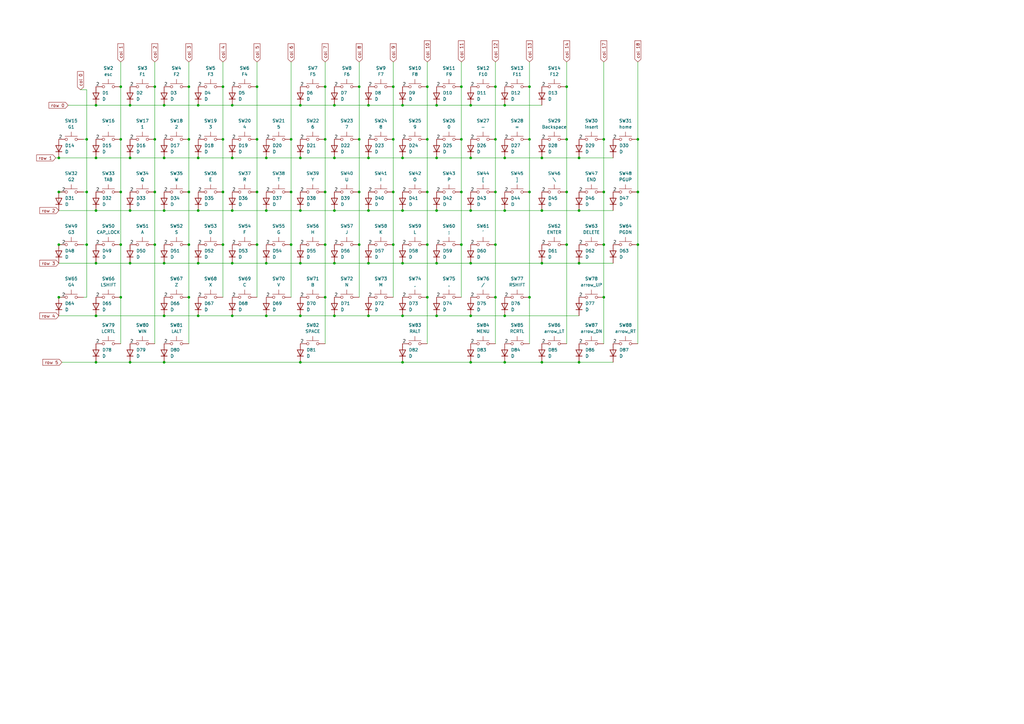
<source format=kicad_sch>
(kicad_sch (version 20231120) (generator "eeschema") (generator_version "8.0")
  (paper "A3")
  (junction (at 123.19 86.36))
  (junction (at 63.5 78.74))
  (junction (at 123.19 64.77))
  (junction (at 67.31 148.59))
  (junction (at 109.22 107.95))
  (junction (at 123.19 107.95))
  (junction (at 161.29 100.33))
  (junction (at 91.44 78.74))
  (junction (at 133.35 121.92))
  (junction (at 193.04 43.18))
  (junction (at 77.47 35.56))
  (junction (at 203.2 78.74))
  (junction (at 207.01 148.59))
  (junction (at 175.26 121.92))
  (junction (at 35.56 57.15))
  (junction (at 77.47 78.74))
  (junction (at 147.32 35.56))
  (junction (at 165.1 148.59))
  (junction (at 193.04 107.95))
  (junction (at 179.07 64.77))
  (junction (at 133.35 78.74))
  (junction (at 189.23 100.33))
  (junction (at 203.2 121.92))
  (junction (at 39.37 43.18))
  (junction (at 175.26 78.74))
  (junction (at 39.37 86.36))
  (junction (at 137.16 43.18))
  (junction (at 179.07 107.95))
  (junction (at 39.37 107.95))
  (junction (at 165.1 107.95))
  (junction (at 81.28 107.95))
  (junction (at 95.25 64.77))
  (junction (at 232.41 57.15))
  (junction (at 261.62 100.33))
  (junction (at 203.2 35.56))
  (junction (at 137.16 86.36))
  (junction (at 147.32 78.74))
  (junction (at 179.07 43.18))
  (junction (at 179.07 86.36))
  (junction (at 24.13 64.77))
  (junction (at 49.53 57.15))
  (junction (at 217.17 57.15))
  (junction (at 189.23 78.74))
  (junction (at 91.44 100.33))
  (junction (at 53.34 43.18))
  (junction (at 53.34 64.77))
  (junction (at 261.62 78.74))
  (junction (at 217.17 78.74))
  (junction (at 165.1 43.18))
  (junction (at 189.23 57.15))
  (junction (at 247.65 121.92))
  (junction (at 123.19 129.54))
  (junction (at 193.04 86.36))
  (junction (at 63.5 100.33))
  (junction (at 133.35 100.33))
  (junction (at 49.53 78.74))
  (junction (at 67.31 43.18))
  (junction (at 232.41 35.56))
  (junction (at 133.35 35.56))
  (junction (at 137.16 107.95))
  (junction (at 237.49 64.77))
  (junction (at 161.29 35.56))
  (junction (at 137.16 129.54))
  (junction (at 119.38 100.33))
  (junction (at 67.31 129.54))
  (junction (at 151.13 64.77))
  (junction (at 207.01 129.54))
  (junction (at 109.22 64.77))
  (junction (at 105.41 78.74))
  (junction (at 193.04 129.54))
  (junction (at 53.34 148.59))
  (junction (at 24.13 100.33))
  (junction (at 193.04 64.77))
  (junction (at 81.28 43.18))
  (junction (at 165.1 86.36))
  (junction (at 95.25 107.95))
  (junction (at 39.37 64.77))
  (junction (at 35.56 100.33))
  (junction (at 39.37 129.54))
  (junction (at 53.34 107.95))
  (junction (at 91.44 57.15))
  (junction (at 179.07 129.54))
  (junction (at 49.53 35.56))
  (junction (at 24.13 121.92))
  (junction (at 175.26 57.15))
  (junction (at 207.01 86.36))
  (junction (at 165.1 129.54))
  (junction (at 261.62 57.15))
  (junction (at 49.53 121.92))
  (junction (at 123.19 148.59))
  (junction (at 151.13 129.54))
  (junction (at 77.47 57.15))
  (junction (at 49.53 100.33))
  (junction (at 123.19 43.18))
  (junction (at 237.49 86.36))
  (junction (at 193.04 148.59))
  (junction (at 133.35 57.15))
  (junction (at 77.47 100.33))
  (junction (at 189.23 35.56))
  (junction (at 105.41 57.15))
  (junction (at 247.65 78.74))
  (junction (at 237.49 148.59))
  (junction (at 95.25 43.18))
  (junction (at 207.01 64.77))
  (junction (at 207.01 43.18))
  (junction (at 232.41 78.74))
  (junction (at 105.41 100.33))
  (junction (at 67.31 107.95))
  (junction (at 247.65 100.33))
  (junction (at 247.65 57.15))
  (junction (at 222.25 148.59))
  (junction (at 81.28 129.54))
  (junction (at 222.25 86.36))
  (junction (at 151.13 86.36))
  (junction (at 165.1 64.77))
  (junction (at 109.22 86.36))
  (junction (at 119.38 78.74))
  (junction (at 119.38 57.15))
  (junction (at 161.29 78.74))
  (junction (at 175.26 100.33))
  (junction (at 39.37 148.59))
  (junction (at 95.25 86.36))
  (junction (at 91.44 35.56))
  (junction (at 105.41 35.56))
  (junction (at 35.56 78.74))
  (junction (at 222.25 107.95))
  (junction (at 137.16 64.77))
  (junction (at 95.25 129.54))
  (junction (at 217.17 35.56))
  (junction (at 81.28 64.77))
  (junction (at 147.32 100.33))
  (junction (at 161.29 57.15))
  (junction (at 151.13 43.18))
  (junction (at 203.2 100.33))
  (junction (at 203.2 57.15))
  (junction (at 222.25 64.77))
  (junction (at 175.26 35.56))
  (junction (at 151.13 107.95))
  (junction (at 232.41 100.33))
  (junction (at 67.31 86.36))
  (junction (at 67.31 64.77))
  (junction (at 81.28 86.36))
  (junction (at 63.5 57.15))
  (junction (at 147.32 57.15))
  (junction (at 53.34 86.36))
  (junction (at 217.17 121.92))
  (junction (at 77.47 121.92))
  (junction (at 109.22 129.54))
  (junction (at 237.49 107.95))
  (junction (at 63.5 35.56))
  (junction (at 24.13 78.74))
  (wire (pts (xy 165.1 107.95) (xy 179.07 107.95)))
  (wire (pts (xy 207.01 43.18) (xy 222.25 43.18)))
  (wire (pts (xy 161.29 100.33) (xy 161.29 121.92)))
  (wire (pts (xy 95.25 43.18) (xy 123.19 43.18)))
  (wire (pts (xy 203.2 25.4) (xy 203.2 35.56)))
  (wire (pts (xy 119.38 25.4) (xy 119.38 57.15)))
  (wire (pts (xy 77.47 100.33) (xy 77.47 121.92)))
  (wire (pts (xy 179.07 107.95) (xy 193.04 107.95)))
  (wire (pts (xy 175.26 78.74) (xy 175.26 100.33)))
  (wire (pts (xy 151.13 64.77) (xy 165.1 64.77)))
  (wire (pts (xy 109.22 107.95) (xy 123.19 107.95)))
  (wire (pts (xy 165.1 86.36) (xy 179.07 86.36)))
  (wire (pts (xy 123.19 43.18) (xy 137.16 43.18)))
  (wire (pts (xy 39.37 129.54) (xy 67.31 129.54)))
  (wire (pts (xy 91.44 35.56) (xy 91.44 57.15)))
  (wire (pts (xy 91.44 57.15) (xy 91.44 78.74)))
  (wire (pts (xy 81.28 129.54) (xy 95.25 129.54)))
  (wire (pts (xy 81.28 86.36) (xy 95.25 86.36)))
  (wire (pts (xy 247.65 78.74) (xy 247.65 100.33)))
  (wire (pts (xy 49.53 78.74) (xy 49.53 100.33)))
  (wire (pts (xy 179.07 86.36) (xy 193.04 86.36)))
  (wire (pts (xy 24.13 107.95) (xy 39.37 107.95)))
  (wire (pts (xy 137.16 129.54) (xy 151.13 129.54)))
  (wire (pts (xy 24.13 86.36) (xy 39.37 86.36)))
  (wire (pts (xy 203.2 57.15) (xy 203.2 78.74)))
  (wire (pts (xy 53.34 148.59) (xy 67.31 148.59)))
  (wire (pts (xy 77.47 35.56) (xy 77.47 57.15)))
  (wire (pts (xy 67.31 43.18) (xy 81.28 43.18)))
  (wire (pts (xy 261.62 100.33) (xy 261.62 140.97)))
  (wire (pts (xy 247.65 57.15) (xy 247.65 78.74)))
  (wire (pts (xy 53.34 64.77) (xy 67.31 64.77)))
  (wire (pts (xy 193.04 107.95) (xy 222.25 107.95)))
  (wire (pts (xy 27.94 43.18) (xy 39.37 43.18)))
  (wire (pts (xy 247.65 121.92) (xy 247.65 140.97)))
  (wire (pts (xy 109.22 86.36) (xy 123.19 86.36)))
  (wire (pts (xy 81.28 43.18) (xy 95.25 43.18)))
  (wire (pts (xy 189.23 78.74) (xy 189.23 100.33)))
  (wire (pts (xy 203.2 100.33) (xy 203.2 121.92)))
  (wire (pts (xy 105.41 25.4) (xy 105.41 35.56)))
  (wire (pts (xy 137.16 43.18) (xy 151.13 43.18)))
  (wire (pts (xy 35.56 57.15) (xy 35.56 78.74)))
  (wire (pts (xy 95.25 129.54) (xy 109.22 129.54)))
  (wire (pts (xy 35.56 78.74) (xy 35.56 100.33)))
  (wire (pts (xy 77.47 78.74) (xy 77.47 100.33)))
  (wire (pts (xy 123.19 107.95) (xy 137.16 107.95)))
  (wire (pts (xy 189.23 35.56) (xy 189.23 57.15)))
  (wire (pts (xy 123.19 64.77) (xy 137.16 64.77)))
  (wire (pts (xy 193.04 148.59) (xy 207.01 148.59)))
  (wire (pts (xy 39.37 64.77) (xy 53.34 64.77)))
  (wire (pts (xy 261.62 57.15) (xy 261.62 78.74)))
  (wire (pts (xy 49.53 57.15) (xy 49.53 78.74)))
  (wire (pts (xy 222.25 64.77) (xy 237.49 64.77)))
  (wire (pts (xy 133.35 100.33) (xy 133.35 121.92)))
  (wire (pts (xy 261.62 25.4) (xy 261.62 57.15)))
  (wire (pts (xy 67.31 129.54) (xy 81.28 129.54)))
  (wire (pts (xy 217.17 78.74) (xy 217.17 121.92)))
  (wire (pts (xy 175.26 57.15) (xy 175.26 78.74)))
  (wire (pts (xy 77.47 121.92) (xy 77.47 140.97)))
  (wire (pts (xy 33.02 36.83) (xy 35.56 36.83)))
  (wire (pts (xy 91.44 78.74) (xy 91.44 100.33)))
  (wire (pts (xy 119.38 78.74) (xy 119.38 100.33)))
  (wire (pts (xy 105.41 78.74) (xy 105.41 100.33)))
  (wire (pts (xy 39.37 148.59) (xy 53.34 148.59)))
  (wire (pts (xy 193.04 86.36) (xy 207.01 86.36)))
  (wire (pts (xy 147.32 35.56) (xy 147.32 57.15)))
  (wire (pts (xy 63.5 25.4) (xy 63.5 35.56)))
  (wire (pts (xy 63.5 100.33) (xy 63.5 140.97)))
  (wire (pts (xy 147.32 100.33) (xy 147.32 121.92)))
  (wire (pts (xy 67.31 64.77) (xy 81.28 64.77)))
  (wire (pts (xy 217.17 35.56) (xy 217.17 57.15)))
  (wire (pts (xy 81.28 64.77) (xy 95.25 64.77)))
  (wire (pts (xy 137.16 86.36) (xy 151.13 86.36)))
  (wire (pts (xy 91.44 25.4) (xy 91.44 35.56)))
  (wire (pts (xy 175.26 121.92) (xy 175.26 140.97)))
  (wire (pts (xy 137.16 107.95) (xy 151.13 107.95)))
  (wire (pts (xy 133.35 57.15) (xy 133.35 78.74)))
  (wire (pts (xy 53.34 43.18) (xy 67.31 43.18)))
  (wire (pts (xy 179.07 64.77) (xy 193.04 64.77)))
  (wire (pts (xy 179.07 129.54) (xy 193.04 129.54)))
  (wire (pts (xy 179.07 43.18) (xy 193.04 43.18)))
  (wire (pts (xy 53.34 107.95) (xy 67.31 107.95)))
  (wire (pts (xy 77.47 57.15) (xy 77.47 78.74)))
  (wire (pts (xy 165.1 64.77) (xy 179.07 64.77)))
  (wire (pts (xy 151.13 129.54) (xy 165.1 129.54)))
  (wire (pts (xy 232.41 57.15) (xy 232.41 78.74)))
  (wire (pts (xy 119.38 57.15) (xy 119.38 78.74)))
  (wire (pts (xy 217.17 57.15) (xy 217.17 78.74)))
  (wire (pts (xy 24.13 129.54) (xy 39.37 129.54)))
  (wire (pts (xy 35.56 36.83) (xy 35.56 57.15)))
  (wire (pts (xy 49.53 35.56) (xy 49.53 57.15)))
  (wire (pts (xy 151.13 107.95) (xy 165.1 107.95)))
  (wire (pts (xy 207.01 86.36) (xy 222.25 86.36)))
  (wire (pts (xy 193.04 43.18) (xy 207.01 43.18)))
  (wire (pts (xy 22.86 64.77) (xy 24.13 64.77)))
  (wire (pts (xy 95.25 64.77) (xy 109.22 64.77)))
  (wire (pts (xy 247.65 100.33) (xy 247.65 121.92)))
  (wire (pts (xy 39.37 86.36) (xy 53.34 86.36)))
  (wire (pts (xy 24.13 100.33) (xy 25.4 100.33)))
  (wire (pts (xy 109.22 129.54) (xy 123.19 129.54)))
  (wire (pts (xy 203.2 121.92) (xy 203.2 140.97)))
  (wire (pts (xy 35.56 100.33) (xy 35.56 121.92)))
  (wire (pts (xy 237.49 148.59) (xy 251.46 148.59)))
  (wire (pts (xy 161.29 35.56) (xy 161.29 57.15)))
  (wire (pts (xy 147.32 25.4) (xy 147.32 35.56)))
  (wire (pts (xy 63.5 57.15) (xy 63.5 78.74)))
  (wire (pts (xy 203.2 35.56) (xy 203.2 57.15)))
  (wire (pts (xy 133.35 78.74) (xy 133.35 100.33)))
  (wire (pts (xy 261.62 78.74) (xy 261.62 100.33)))
  (wire (pts (xy 151.13 43.18) (xy 165.1 43.18)))
  (wire (pts (xy 24.13 121.92) (xy 25.4 121.92)))
  (wire (pts (xy 175.26 100.33) (xy 175.26 121.92)))
  (wire (pts (xy 161.29 78.74) (xy 161.29 100.33)))
  (wire (pts (xy 67.31 107.95) (xy 81.28 107.95)))
  (wire (pts (xy 193.04 64.77) (xy 207.01 64.77)))
  (wire (pts (xy 247.65 25.4) (xy 247.65 57.15)))
  (wire (pts (xy 222.25 86.36) (xy 237.49 86.36)))
  (wire (pts (xy 24.13 78.74) (xy 25.4 78.74)))
  (wire (pts (xy 222.25 107.95) (xy 237.49 107.95)))
  (wire (pts (xy 34.29 100.33) (xy 35.56 100.33)))
  (wire (pts (xy 105.41 100.33) (xy 105.41 121.92)))
  (wire (pts (xy 81.28 107.95) (xy 95.25 107.95)))
  (wire (pts (xy 63.5 78.74) (xy 63.5 100.33)))
  (wire (pts (xy 189.23 57.15) (xy 189.23 78.74)))
  (wire (pts (xy 189.23 25.4) (xy 189.23 35.56)))
  (wire (pts (xy 91.44 100.33) (xy 91.44 121.92)))
  (wire (pts (xy 53.34 86.36) (xy 67.31 86.36)))
  (wire (pts (xy 193.04 129.54) (xy 207.01 129.54)))
  (wire (pts (xy 133.35 25.4) (xy 133.35 35.56)))
  (wire (pts (xy 105.41 35.56) (xy 105.41 57.15)))
  (wire (pts (xy 222.25 148.59) (xy 237.49 148.59)))
  (wire (pts (xy 67.31 148.59) (xy 123.19 148.59)))
  (wire (pts (xy 119.38 100.33) (xy 119.38 121.92)))
  (wire (pts (xy 67.31 86.36) (xy 81.28 86.36)))
  (wire (pts (xy 137.16 64.77) (xy 151.13 64.77)))
  (wire (pts (xy 77.47 25.4) (xy 77.47 35.56)))
  (wire (pts (xy 49.53 100.33) (xy 49.53 121.92)))
  (wire (pts (xy 123.19 129.54) (xy 137.16 129.54)))
  (wire (pts (xy 24.13 64.77) (xy 39.37 64.77)))
  (wire (pts (xy 207.01 148.59) (xy 222.25 148.59)))
  (wire (pts (xy 232.41 25.4) (xy 232.41 35.56)))
  (wire (pts (xy 189.23 100.33) (xy 189.23 121.92)))
  (wire (pts (xy 133.35 35.56) (xy 133.35 57.15)))
  (wire (pts (xy 95.25 86.36) (xy 109.22 86.36)))
  (wire (pts (xy 217.17 25.4) (xy 217.17 35.56)))
  (wire (pts (xy 207.01 64.77) (xy 222.25 64.77)))
  (wire (pts (xy 175.26 35.56) (xy 175.26 57.15)))
  (wire (pts (xy 237.49 64.77) (xy 251.46 64.77)))
  (wire (pts (xy 123.19 148.59) (xy 165.1 148.59)))
  (wire (pts (xy 35.56 57.15) (xy 34.29 57.15)))
  (wire (pts (xy 217.17 121.92) (xy 217.17 140.97)))
  (wire (pts (xy 175.26 25.4) (xy 175.26 35.56)))
  (wire (pts (xy 207.01 129.54) (xy 237.49 129.54)))
  (wire (pts (xy 95.25 107.95) (xy 109.22 107.95)))
  (wire (pts (xy 34.29 78.74) (xy 35.56 78.74)))
  (wire (pts (xy 165.1 148.59) (xy 193.04 148.59)))
  (wire (pts (xy 165.1 43.18) (xy 179.07 43.18)))
  (wire (pts (xy 232.41 35.56) (xy 232.41 57.15)))
  (wire (pts (xy 203.2 78.74) (xy 203.2 100.33)))
  (wire (pts (xy 109.22 64.77) (xy 123.19 64.77)))
  (wire (pts (xy 147.32 78.74) (xy 147.32 100.33)))
  (wire (pts (xy 39.37 43.18) (xy 53.34 43.18)))
  (wire (pts (xy 123.19 86.36) (xy 137.16 86.36)))
  (wire (pts (xy 35.56 121.92) (xy 34.29 121.92)))
  (wire (pts (xy 161.29 25.4) (xy 161.29 35.56)))
  (wire (pts (xy 147.32 57.15) (xy 147.32 78.74)))
  (wire (pts (xy 133.35 121.92) (xy 133.35 140.97)))
  (wire (pts (xy 49.53 25.4) (xy 49.53 35.56)))
  (wire (pts (xy 49.53 121.92) (xy 49.53 140.97)))
  (wire (pts (xy 25.4 148.59) (xy 39.37 148.59)))
  (wire (pts (xy 151.13 86.36) (xy 165.1 86.36)))
  (wire (pts (xy 105.41 57.15) (xy 105.41 78.74)))
  (wire (pts (xy 237.49 86.36) (xy 251.46 86.36)))
  (wire (pts (xy 232.41 78.74) (xy 232.41 100.33)))
  (wire (pts (xy 39.37 107.95) (xy 53.34 107.95)))
  (wire (pts (xy 232.41 100.33) (xy 232.41 140.97)))
  (wire (pts (xy 161.29 57.15) (xy 161.29 78.74)))
  (wire (pts (xy 165.1 129.54) (xy 179.07 129.54)))
  (wire (pts (xy 237.49 107.95) (xy 251.46 107.95)))
  (wire (pts (xy 63.5 35.56) (xy 63.5 57.15)))
  (label "2" (at 179.07 57.15 0))
  (label "2" (at 137.16 35.56 0))
  (label "2" (at 193.04 121.92 0))
  (label "2" (at 67.31 140.97 0))
  (label "2" (at 137.16 121.92 0))
  (label "2" (at 207.01 35.56 0))
  (label "2" (at 179.07 35.56 0))
  (label "2" (at 165.1 57.15 0))
  (label "2" (at 39.37 140.97 0))
  (label "2" (at 39.37 121.92 0))
  (label "2" (at 151.13 78.74 0))
  (label "2" (at 123.19 100.33 0))
  (label "2" (at 95.25 35.56 0))
  (label "2" (at 137.16 57.15 0))
  (label "2" (at 81.28 121.92 0))
  (label "2" (at 53.34 140.97 0))
  (label "2" (at 67.31 78.74 0))
  (label "2" (at 237.49 100.33 0))
  (label "2" (at 24.13 57.15 0))
  (label "2" (at 123.19 57.15 0))
  (label "2" (at 25.4 121.92 0))
  (label "2" (at 109.22 57.15 0))
  (label "2" (at 193.04 35.56 0))
  (label "2" (at 137.16 100.33 0))
  (label "2" (at 67.31 121.92 0))
  (label "2" (at 165.1 100.33 0))
  (label "2" (at 251.46 78.74 0))
  (label "2" (at 179.07 78.74 0))
  (label "2" (at 123.19 78.74 0))
  (label "2" (at 237.49 140.97 0))
  (label "2" (at 95.25 121.92 0))
  (label "2" (at 237.49 57.15 0))
  (label "2" (at 109.22 100.33 0))
  (label "2" (at 207.01 121.92 0))
  (label "2" (at 123.19 140.97 0))
  (label "2" (at 53.34 57.15 0))
  (label "2" (at 222.25 100.33 0))
  (label "2" (at 151.13 100.33 0))
  (label "2" (at 81.28 78.74 0))
  (label "2" (at 109.22 78.74 0))
  (label "2" (at 165.1 121.92 0))
  (label "2" (at 109.22 121.92 0))
  (label "2" (at 81.28 57.15 0))
  (label "2" (at 95.25 57.15 0))
  (label "2" (at 67.31 100.33 0))
  (label "2" (at 39.37 78.74 0))
  (label "2" (at 251.46 57.15 0))
  (label "2" (at 39.37 35.56 0))
  (label "2" (at 151.13 57.15 0))
  (label "2" (at 123.19 35.56 0))
  (label "2" (at 193.04 140.97 0))
  (label "2" (at 237.49 78.74 0))
  (label "2" (at 95.25 78.74 0))
  (label "2" (at 251.46 100.33 0))
  (label "2" (at 222.25 78.74 0))
  (label "2" (at 39.37 100.33 0))
  (label "2" (at 207.01 78.74 0))
  (label "2" (at 25.4 100.33 0))
  (label "2" (at 151.13 35.56 0))
  (label "2" (at 193.04 78.74 0))
  (label "2" (at 53.34 100.33 0))
  (label "2" (at 53.34 78.74 0))
  (label "2" (at 81.28 35.56 0))
  (label "2" (at 222.25 35.56 0))
  (label "2" (at 179.07 100.33 0))
  (label "2" (at 151.13 121.92 0))
  (label "2" (at 251.46 140.97 0))
  (label "2" (at 165.1 35.56 0))
  (label "2" (at 25.4 78.74 0))
  (label "2" (at 67.31 35.56 0))
  (label "2" (at 39.37 57.15 0))
  (label "2" (at 193.04 57.15 0))
  (label "2" (at 179.07 121.92 0))
  (label "2" (at 222.25 57.15 0))
  (label "2" (at 81.28 100.33 0))
  (label "2" (at 165.1 78.74 0))
  (label "2" (at 53.34 35.56 0))
  (label "2" (at 95.25 100.33 0))
  (label "2" (at 207.01 57.15 0))
  (label "2" (at 237.49 121.92 0))
  (label "2" (at 222.25 140.97 0))
  (label "2" (at 137.16 78.74 0))
  (label "2" (at 67.31 57.15 0))
  (label "2" (at 207.01 140.97 0))
  (label "2" (at 165.1 140.97 0))
  (label "2" (at 193.04 100.33 0))
  (label "2" (at 123.19 121.92 0))
  (global_label "row 5" (shape input) (at 25.4 148.59 180) (property "Intersheetrefs" "${INTERSHEET_REFS}" (effects (hide yes))))
  (global_label "col 9" (shape input) (at 161.29 25.4 90) (property "Intersheetrefs" "${INTERSHEET_REFS}" (effects (hide yes))))
  (global_label "row 1" (shape input) (at 22.86 64.77 180) (property "Intersheetrefs" "${INTERSHEET_REFS}" (effects (hide yes))))
  (global_label "col 8" (shape input) (at 147.32 25.4 90) (property "Intersheetrefs" "${INTERSHEET_REFS}" (effects (hide yes))))
  (global_label "col 4" (shape input) (at 91.44 25.4 90) (property "Intersheetrefs" "${INTERSHEET_REFS}" (effects (hide yes))))
  (global_label "col 3" (shape input) (at 77.47 25.4 90) (property "Intersheetrefs" "${INTERSHEET_REFS}" (effects (hide yes))))
  (global_label "col 12" (shape input) (at 203.2 25.4 90) (property "Intersheetrefs" "${INTERSHEET_REFS}" (effects (hide yes))))
  (global_label "row 0" (shape input) (at 27.94 43.18 180) (property "Intersheetrefs" "${INTERSHEET_REFS}" (effects (hide yes))))
  (global_label "col 14" (shape input) (at 232.41 25.4 90) (property "Intersheetrefs" "${INTERSHEET_REFS}" (effects (hide yes))))
  (global_label "col 17" (shape input) (at 247.65 25.4 90) (property "Intersheetrefs" "${INTERSHEET_REFS}" (effects (hide yes))))
  (global_label "row 4" (shape input) (at 24.13 129.54 180) (property "Intersheetrefs" "${INTERSHEET_REFS}" (effects (hide yes))))
  (global_label "col 1" (shape input) (at 49.53 25.4 90) (property "Intersheetrefs" "${INTERSHEET_REFS}" (effects (hide yes))))
  (global_label "col 2" (shape input) (at 63.5 25.4 90) (property "Intersheetrefs" "${INTERSHEET_REFS}" (effects (hide yes))))
  (global_label "row 3" (shape input) (at 24.13 107.95 180) (property "Intersheetrefs" "${INTERSHEET_REFS}" (effects (hide yes))))
  (global_label "col 11" (shape input) (at 189.23 25.4 90) (property "Intersheetrefs" "${INTERSHEET_REFS}" (effects (hide yes))))
  (global_label "col 13" (shape input) (at 217.17 25.4 90) (property "Intersheetrefs" "${INTERSHEET_REFS}" (effects (hide yes))))
  (global_label "col 0" (shape input) (at 33.02 36.83 90) (property "Intersheetrefs" "${INTERSHEET_REFS}" (effects (hide yes))))
  (global_label "col 7" (shape input) (at 133.35 25.4 90) (property "Intersheetrefs" "${INTERSHEET_REFS}" (effects (hide yes))))
  (global_label "col 18" (shape input) (at 261.62 25.4 90) (property "Intersheetrefs" "${INTERSHEET_REFS}" (effects (hide yes))))
  (global_label "col 10" (shape input) (at 175.26 25.4 90) (property "Intersheetrefs" "${INTERSHEET_REFS}" (effects (hide yes))))
  (global_label "col 6" (shape input) (at 119.38 25.4 90) (property "Intersheetrefs" "${INTERSHEET_REFS}" (effects (hide yes))))
  (global_label "row 2" (shape input) (at 24.13 86.36 180) (property "Intersheetrefs" "${INTERSHEET_REFS}" (effects (hide yes))))
  (global_label "col 5" (shape input) (at 105.41 25.4 90) (property "Intersheetrefs" "${INTERSHEET_REFS}" (effects (hide yes))))
  (symbol (lib_id "Switch:SW_Push") (at 58.42 140.97 0) (unit 1)
    (property "Reference" "SW80" (at 58.42 133.35 0))
    (property "Value" "WIN" (at 58.42 135.89 0))
    (property "Description" "Push button switch, generic, two pins" (effects (hide yes)))
  )
  (symbol (lib_id "Switch:SW_Push") (at 242.57 100.33 0) (unit 1)
    (property "Reference" "SW63" (at 242.57 92.71 0))
    (property "Value" "DELETE" (at 242.57 95.25 0))
    (property "Description" "Push button switch, generic, two pins" (effects (hide yes)))
  )
  (symbol (lib_id "Switch:SW_Push") (at 198.12 100.33 0) (unit 1)
    (property "Reference" "SW61" (at 198.12 92.71 0))
    (property "Value" "'" (at 198.12 95.25 0))
    (property "Description" "Push button switch, generic, two pins" (effects (hide yes)))
  )
  (symbol (lib_id "Switch:SW_Push") (at 114.3 121.92 0) (unit 1)
    (property "Reference" "SW70" (at 114.3 114.3 0))
    (property "Value" "V" (at 114.3 116.84 0))
    (property "Description" "Push button switch, generic, two pins" (effects (hide yes)))
  )
  (symbol (lib_id "Device:D") (at 123.19 125.73 90) (unit 1)
    (property "Reference" "D70" (at 125.73 124.4599 90) (effects (justify right)))
    (property "Value" "D" (at 125.73 126.9999 90) (effects (justify right)))
    (property "Footprint" "Diode_SMD:D_0201_0603Metric_Pad0.64x0.40mm_HandSolder" (effects (hide yes)))
    (property "Description" "Diode" (effects (hide yes)))
    (property "Sim.Device" "D" (effects (hide yes)))
    (property "Sim.Pins" "1=K 2=A" (effects (hide yes)))
  )
  (symbol (lib_id "Switch:SW_Push") (at 100.33 121.92 0) (unit 1)
    (property "Reference" "SW69" (at 100.33 114.3 0))
    (property "Value" "C" (at 100.33 116.84 0))
    (property "Description" "Push button switch, generic, two pins" (effects (hide yes)))
  )
  (symbol (lib_id "Device:D") (at 109.22 125.73 90) (unit 1)
    (property "Reference" "D69" (at 111.76 124.4599 90) (effects (justify right)))
    (property "Value" "D" (at 111.76 126.9999 90) (effects (justify right)))
    (property "Footprint" "Diode_SMD:D_0201_0603Metric_Pad0.64x0.40mm_HandSolder" (effects (hide yes)))
    (property "Description" "Diode" (effects (hide yes)))
    (property "Sim.Device" "D" (effects (hide yes)))
    (property "Sim.Pins" "1=K 2=A" (effects (hide yes)))
  )
  (symbol (lib_id "Device:D") (at 151.13 82.55 90) (unit 1)
    (property "Reference" "D40" (at 153.67 81.2799 90) (effects (justify right)))
    (property "Value" "D" (at 153.67 83.8199 90) (effects (justify right)))
    (property "Footprint" "Diode_SMD:D_0201_0603Metric_Pad0.64x0.40mm_HandSolder" (effects (hide yes)))
    (property "Description" "Diode" (effects (hide yes)))
    (property "Sim.Device" "D" (effects (hide yes)))
    (property "Sim.Pins" "1=K 2=A" (effects (hide yes)))
  )
  (symbol (lib_id "Switch:SW_Push") (at 128.27 100.33 0) (unit 1)
    (property "Reference" "SW56" (at 128.27 92.71 0))
    (property "Value" "H" (at 128.27 95.25 0))
    (property "Description" "Push button switch, generic, two pins" (effects (hide yes)))
  )
  (symbol (lib_id "Device:D") (at 39.37 125.73 90) (unit 1)
    (property "Reference" "D65" (at 41.91 124.4599 90) (effects (justify right)))
    (property "Value" "D" (at 41.91 126.9999 90) (effects (justify right)))
    (property "Footprint" "Diode_SMD:D_0201_0603Metric_Pad0.64x0.40mm_HandSolder" (effects (hide yes)))
    (property "Description" "Diode" (effects (hide yes)))
    (property "Sim.Device" "D" (effects (hide yes)))
    (property "Sim.Pins" "1=K 2=A" (effects (hide yes)))
  )
  (symbol (lib_id "Device:D") (at 237.49 125.73 90) (unit 1)
    (property "Reference" "D77" (at 240.03 124.4599 90) (effects (justify right)))
    (property "Value" "D" (at 240.03 126.9999 90) (effects (justify right)))
    (property "Footprint" "Diode_SMD:D_0201_0603Metric_Pad0.64x0.40mm_HandSolder" (effects (hide yes)))
    (property "Description" "Diode" (effects (hide yes)))
    (property "Sim.Device" "D" (effects (hide yes)))
    (property "Sim.Pins" "1=K 2=A" (effects (hide yes)))
  )
  (symbol (lib_id "Device:D") (at 123.19 144.78 90) (unit 1)
    (property "Reference" "D81" (at 125.73 143.5099 90) (effects (justify right)))
    (property "Value" "D" (at 125.73 146.0499 90) (effects (justify right)))
    (property "Footprint" "Diode_SMD:D_0201_0603Metric_Pad0.64x0.40mm_HandSolder" (effects (hide yes)))
    (property "Description" "Diode" (effects (hide yes)))
    (property "Sim.Device" "D" (effects (hide yes)))
    (property "Sim.Pins" "1=K 2=A" (effects (hide yes)))
  )
  (symbol (lib_id "Device:D") (at 207.01 125.73 90) (unit 1)
    (property "Reference" "D76" (at 209.55 124.4599 90) (effects (justify right)))
    (property "Value" "D" (at 209.55 126.9999 90) (effects (justify right)))
    (property "Footprint" "Diode_SMD:D_0201_0603Metric_Pad0.64x0.40mm_HandSolder" (effects (hide yes)))
    (property "Description" "Diode" (effects (hide yes)))
    (property "Sim.Device" "D" (effects (hide yes)))
    (property "Sim.Pins" "1=K 2=A" (effects (hide yes)))
  )
  (symbol (lib_id "Device:D") (at 179.07 82.55 90) (unit 1)
    (property "Reference" "D42" (at 181.61 81.2799 90) (effects (justify right)))
    (property "Value" "D" (at 181.61 83.8199 90) (effects (justify right)))
    (property "Footprint" "Diode_SMD:D_0201_0603Metric_Pad0.64x0.40mm_HandSolder" (effects (hide yes)))
    (property "Description" "Diode" (effects (hide yes)))
    (property "Sim.Device" "D" (effects (hide yes)))
    (property "Sim.Pins" "1=K 2=A" (effects (hide yes)))
  )
  (symbol (lib_id "Switch:SW_Push") (at 72.39 121.92 0) (unit 1)
    (property "Reference" "SW67" (at 72.39 114.3 0))
    (property "Value" "Z" (at 72.39 116.84 0))
    (property "Description" "Push button switch, generic, two pins" (effects (hide yes)))
  )
  (symbol (lib_id "Switch:SW_Push") (at 58.42 35.56 0) (unit 1)
    (property "Reference" "SW3" (at 58.42 27.94 0))
    (property "Value" "F1" (at 58.42 30.48 0))
    (property "Description" "Push button switch, generic, two pins" (effects (hide yes)))
  )
  (symbol (lib_id "Device:D") (at 95.25 125.73 90) (unit 1)
    (property "Reference" "D68" (at 97.79 124.4599 90) (effects (justify right)))
    (property "Value" "D" (at 97.79 126.9999 90) (effects (justify right)))
    (property "Footprint" "Diode_SMD:D_0201_0603Metric_Pad0.64x0.40mm_HandSolder" (effects (hide yes)))
    (property "Description" "Diode" (effects (hide yes)))
    (property "Sim.Device" "D" (effects (hide yes)))
    (property "Sim.Pins" "1=K 2=A" (effects (hide yes)))
  )
  (symbol (lib_id "Device:D") (at 207.01 39.37 90) (unit 1)
    (property "Reference" "D12" (at 209.55 38.0999 90) (effects (justify right)))
    (property "Value" "D" (at 209.55 40.6399 90) (effects (justify right)))
    (property "Footprint" "Diode_SMD:D_0201_0603Metric_Pad0.64x0.40mm_HandSolder" (effects (hide yes)))
    (property "Description" "Diode" (effects (hide yes)))
    (property "Sim.Device" "D" (effects (hide yes)))
    (property "Sim.Pins" "1=K 2=A" (effects (hide yes)))
  )
  (symbol (lib_id "Switch:SW_Push") (at 114.3 78.74 0) (unit 1)
    (property "Reference" "SW38" (at 114.3 71.12 0))
    (property "Value" "T" (at 114.3 73.66 0))
    (property "Description" "Push button switch, generic, two pins" (effects (hide yes)))
  )
  (symbol (lib_id "Switch:SW_Push") (at 227.33 57.15 0) (unit 1)
    (property "Reference" "SW29" (at 227.33 49.53 0))
    (property "Value" "Backspace" (at 227.33 52.07 0))
    (property "Description" "Push button switch, generic, two pins" (effects (hide yes)))
  )
  (symbol (lib_id "Switch:SW_Push") (at 29.21 100.33 0) (unit 1)
    (property "Reference" "SW49" (at 29.21 92.71 0))
    (property "Value" "G3" (at 29.21 95.25 0))
    (property "Description" "Push button switch, generic, two pins" (effects (hide yes)))
  )
  (symbol (lib_id "Device:D") (at 67.31 82.55 90) (unit 1)
    (property "Reference" "D34" (at 69.85 81.2799 90) (effects (justify right)))
    (property "Value" "D" (at 69.85 83.8199 90) (effects (justify right)))
    (property "Footprint" "Diode_SMD:D_0201_0603Metric_Pad0.64x0.40mm_HandSolder" (effects (hide yes)))
    (property "Description" "Diode" (effects (hide yes)))
    (property "Sim.Device" "D" (effects (hide yes)))
    (property "Sim.Pins" "1=K 2=A" (effects (hide yes)))
  )
  (symbol (lib_id "Switch:SW_Push") (at 184.15 78.74 0) (unit 1)
    (property "Reference" "SW43" (at 184.15 71.12 0))
    (property "Value" "P" (at 184.15 73.66 0))
    (property "Description" "Push button switch, generic, two pins" (effects (hide yes)))
  )
  (symbol (lib_id "Device:D") (at 137.16 104.14 90) (unit 1)
    (property "Reference" "D56" (at 139.7 102.8699 90) (effects (justify right)))
    (property "Value" "D" (at 139.7 105.4099 90) (effects (justify right)))
    (property "Footprint" "Diode_SMD:D_0201_0603Metric_Pad0.64x0.40mm_HandSolder" (effects (hide yes)))
    (property "Description" "Diode" (effects (hide yes)))
    (property "Sim.Device" "D" (effects (hide yes)))
    (property "Sim.Pins" "1=K 2=A" (effects (hide yes)))
  )
  (symbol (lib_id "Device:D") (at 222.25 82.55 90) (unit 1)
    (property "Reference" "D45" (at 224.79 81.2799 90) (effects (justify right)))
    (property "Value" "D" (at 224.79 83.8199 90) (effects (justify right)))
    (property "Footprint" "Diode_SMD:D_0201_0603Metric_Pad0.64x0.40mm_HandSolder" (effects (hide yes)))
    (property "Description" "Diode" (effects (hide yes)))
    (property "Sim.Device" "D" (effects (hide yes)))
    (property "Sim.Pins" "1=K 2=A" (effects (hide yes)))
  )
  (symbol (lib_id "Switch:SW_Push") (at 128.27 121.92 0) (unit 1)
    (property "Reference" "SW71" (at 128.27 114.3 0))
    (property "Value" "B" (at 128.27 116.84 0))
    (property "Description" "Push button switch, generic, two pins" (effects (hide yes)))
  )
  (symbol (lib_id "Switch:SW_Push") (at 86.36 35.56 0) (unit 1)
    (property "Reference" "SW5" (at 86.36 27.94 0))
    (property "Value" "F3" (at 86.36 30.48 0))
    (property "Description" "Push button switch, generic, two pins" (effects (hide yes)))
  )
  (symbol (lib_id "Device:D") (at 24.13 125.73 90) (unit 1)
    (property "Reference" "D64" (at 26.67 124.4599 90) (effects (justify right)))
    (property "Value" "D" (at 26.67 126.9999 90) (effects (justify right)))
    (property "Footprint" "Diode_SMD:D_0201_0603Metric_Pad0.64x0.40mm_HandSolder" (effects (hide yes)))
    (property "Description" "Diode" (effects (hide yes)))
    (property "Sim.Device" "D" (effects (hide yes)))
    (property "Sim.Pins" "1=K 2=A" (effects (hide yes)))
  )
  (symbol (lib_id "Device:D") (at 179.07 39.37 90) (unit 1)
    (property "Reference" "D10" (at 181.61 38.0999 90) (effects (justify right)))
    (property "Value" "D" (at 181.61 40.6399 90) (effects (justify right)))
    (property "Footprint" "Diode_SMD:D_0201_0603Metric_Pad0.64x0.40mm_HandSolder" (effects (hide yes)))
    (property "Description" "Diode" (effects (hide yes)))
    (property "Sim.Device" "D" (effects (hide yes)))
    (property "Sim.Pins" "1=K 2=A" (effects (hide yes)))
  )
  (symbol (lib_id "Switch:SW_Push") (at 114.3 57.15 0) (unit 1)
    (property "Reference" "SW21" (at 114.3 49.53 0))
    (property "Value" "5" (at 114.3 52.07 0))
    (property "Description" "Push button switch, generic, two pins" (effects (hide yes)))
  )
  (symbol (lib_id "Device:D") (at 24.13 60.96 90) (unit 1)
    (property "Reference" "D14" (at 26.67 59.6899 90) (effects (justify right)))
    (property "Value" "D" (at 26.67 62.2299 90) (effects (justify right)))
    (property "Footprint" "Diode_SMD:D_0201_0603Metric_Pad0.64x0.40mm_HandSolder" (effects (hide yes)))
    (property "Description" "Diode" (effects (hide yes)))
    (property "Sim.Device" "D" (effects (hide yes)))
    (property "Sim.Pins" "1=K 2=A" (effects (hide yes)))
  )
  (symbol (lib_id "Device:D") (at 39.37 144.78 90) (unit 1)
    (property "Reference" "D78" (at 41.91 143.5099 90) (effects (justify right)))
    (property "Value" "D" (at 41.91 146.0499 90) (effects (justify right)))
    (property "Footprint" "Diode_SMD:D_0201_0603Metric_Pad0.64x0.40mm_HandSolder" (effects (hide yes)))
    (property "Description" "Diode" (effects (hide yes)))
    (property "Sim.Device" "D" (effects (hide yes)))
    (property "Sim.Pins" "1=K 2=A" (effects (hide yes)))
  )
  (symbol (lib_id "Switch:SW_Push") (at 242.57 78.74 0) (unit 1)
    (property "Reference" "SW47" (at 242.57 71.12 0))
    (property "Value" "END" (at 242.57 73.66 0))
    (property "Description" "Push button switch, generic, two pins" (effects (hide yes)))
  )
  (symbol (lib_id "Device:D") (at 81.28 39.37 90) (unit 1)
    (property "Reference" "D4" (at 83.82 38.0999 90) (effects (justify right)))
    (property "Value" "D" (at 83.82 40.6399 90) (effects (justify right)))
    (property "Footprint" "Diode_SMD:D_0201_0603Metric_Pad0.64x0.40mm_HandSolder" (effects (hide yes)))
    (property "Description" "Diode" (effects (hide yes)))
    (property "Sim.Device" "D" (effects (hide yes)))
    (property "Sim.Pins" "1=K 2=A" (effects (hide yes)))
  )
  (symbol (lib_id "Device:D") (at 81.28 104.14 90) (unit 1)
    (property "Reference" "D52" (at 83.82 102.8699 90) (effects (justify right)))
    (property "Value" "D" (at 83.82 105.4099 90) (effects (justify right)))
    (property "Footprint" "Diode_SMD:D_0201_0603Metric_Pad0.64x0.40mm_HandSolder" (effects (hide yes)))
    (property "Description" "Diode" (effects (hide yes)))
    (property "Sim.Device" "D" (effects (hide yes)))
    (property "Sim.Pins" "1=K 2=A" (effects (hide yes)))
  )
  (symbol (lib_id "Device:D") (at 207.01 144.78 90) (unit 1)
    (property "Reference" "D84" (at 209.55 143.5099 90) (effects (justify right)))
    (property "Value" "D" (at 209.55 146.0499 90) (effects (justify right)))
    (property "Footprint" "Diode_SMD:D_0201_0603Metric_Pad0.64x0.40mm_HandSolder" (effects (hide yes)))
    (property "Description" "Diode" (effects (hide yes)))
    (property "Sim.Device" "D" (effects (hide yes)))
    (property "Sim.Pins" "1=K 2=A" (effects (hide yes)))
  )
  (symbol (lib_id "Device:D") (at 39.37 39.37 90) (unit 1)
    (property "Reference" "D1" (at 41.91 38.0999 90) (effects (justify right)))
    (property "Value" "D" (at 41.91 40.6399 90) (effects (justify right)))
    (property "Footprint" "Diode_SMD:D_0201_0603Metric_Pad0.64x0.40mm_HandSolder" (effects (hide yes)))
    (property "Description" "Diode" (effects (hide yes)))
    (property "Sim.Device" "D" (effects (hide yes)))
    (property "Sim.Pins" "1=K 2=A" (effects (hide yes)))
  )
  (symbol (lib_id "Switch:SW_Push") (at 72.39 100.33 0) (unit 1)
    (property "Reference" "SW52" (at 72.39 92.71 0))
    (property "Value" "S" (at 72.39 95.25 0))
    (property "Description" "Push button switch, generic, two pins" (effects (hide yes)))
  )
  (symbol (lib_id "Switch:SW_Push") (at 72.39 35.56 0) (unit 1)
    (property "Reference" "SW4" (at 72.39 27.94 0))
    (property "Value" "F2" (at 72.39 30.48 0))
    (property "Description" "Push button switch, generic, two pins" (effects (hide yes)))
  )
  (symbol (lib_id "Switch:SW_Push") (at 227.33 140.97 0) (unit 1)
    (property "Reference" "SW86" (at 227.33 133.35 0))
    (property "Value" "arrow_LT" (at 227.33 135.89 0))
    (property "Description" "Push button switch, generic, two pins" (effects (hide yes)))
  )
  (symbol (lib_id "Switch:SW_Push") (at 170.18 121.92 0) (unit 1)
    (property "Reference" "SW74" (at 170.18 114.3 0))
    (property "Value" "," (at 170.18 116.84 0))
    (property "Description" "Push button switch, generic, two pins" (effects (hide yes)))
  )
  (symbol (lib_id "Device:D") (at 222.25 144.78 90) (unit 1)
    (property "Reference" "D85" (at 224.79 143.5099 90) (effects (justify right)))
    (property "Value" "D" (at 224.79 146.0499 90) (effects (justify right)))
    (property "Footprint" "Diode_SMD:D_0201_0603Metric_Pad0.64x0.40mm_HandSolder" (effects (hide yes)))
    (property "Description" "Diode" (effects (hide yes)))
    (property "Sim.Device" "D" (effects (hide yes)))
    (property "Sim.Pins" "1=K 2=A" (effects (hide yes)))
  )
  (symbol (lib_id "Device:D") (at 81.28 125.73 90) (unit 1)
    (property "Reference" "D67" (at 83.82 124.4599 90) (effects (justify right)))
    (property "Value" "D" (at 83.82 126.9999 90) (effects (justify right)))
    (property "Footprint" "Diode_SMD:D_0201_0603Metric_Pad0.64x0.40mm_HandSolder" (effects (hide yes)))
    (property "Description" "Diode" (effects (hide yes)))
    (property "Sim.Device" "D" (effects (hide yes)))
    (property "Sim.Pins" "1=K 2=A" (effects (hide yes)))
  )
  (symbol (lib_id "Switch:SW_Push") (at 128.27 78.74 0) (unit 1)
    (property "Reference" "SW39" (at 128.27 71.12 0))
    (property "Value" "Y" (at 128.27 73.66 0))
    (property "Description" "Push button switch, generic, two pins" (effects (hide yes)))
  )
  (symbol (lib_id "Switch:SW_Push") (at 44.45 100.33 0) (unit 1)
    (property "Reference" "SW50" (at 44.45 92.71 0))
    (property "Value" "CAP_LOCK" (at 44.45 95.25 0))
    (property "Description" "Push button switch, generic, two pins" (effects (hide yes)))
  )
  (symbol (lib_id "Device:D") (at 67.31 125.73 90) (unit 1)
    (property "Reference" "D66" (at 69.85 124.4599 90) (effects (justify right)))
    (property "Value" "D" (at 69.85 126.9999 90) (effects (justify right)))
    (property "Footprint" "Diode_SMD:D_0201_0603Metric_Pad0.64x0.40mm_HandSolder" (effects (hide yes)))
    (property "Description" "Diode" (effects (hide yes)))
    (property "Sim.Device" "D" (effects (hide yes)))
    (property "Sim.Pins" "1=K 2=A" (effects (hide yes)))
  )
  (symbol (lib_id "Device:D") (at 165.1 39.37 90) (unit 1)
    (property "Reference" "D9" (at 167.64 38.0999 90) (effects (justify right)))
    (property "Value" "D" (at 167.64 40.6399 90) (effects (justify right)))
    (property "Footprint" "Diode_SMD:D_0201_0603Metric_Pad0.64x0.40mm_HandSolder" (effects (hide yes)))
    (property "Description" "Diode" (effects (hide yes)))
    (property "Sim.Device" "D" (effects (hide yes)))
    (property "Sim.Pins" "1=K 2=A" (effects (hide yes)))
  )
  (symbol (lib_id "Switch:SW_Push") (at 142.24 100.33 0) (unit 1)
    (property "Reference" "SW57" (at 142.24 92.71 0))
    (property "Value" "J" (at 142.24 95.25 0))
    (property "Description" "Push button switch, generic, two pins" (effects (hide yes)))
  )
  (symbol (lib_id "Device:D") (at 251.46 60.96 90) (unit 1)
    (property "Reference" "D30" (at 254 59.6899 90) (effects (justify right)))
    (property "Value" "D" (at 254 62.2299 90) (effects (justify right)))
    (property "Footprint" "Diode_SMD:D_0201_0603Metric_Pad0.64x0.40mm_HandSolder" (effects (hide yes)))
    (property "Description" "Diode" (effects (hide yes)))
    (property "Sim.Device" "D" (effects (hide yes)))
    (property "Sim.Pins" "1=K 2=A" (effects (hide yes)))
  )
  (symbol (lib_id "Device:D") (at 237.49 82.55 90) (unit 1)
    (property "Reference" "D46" (at 240.03 81.2799 90) (effects (justify right)))
    (property "Value" "D" (at 240.03 83.8199 90) (effects (justify right)))
    (property "Footprint" "Diode_SMD:D_0201_0603Metric_Pad0.64x0.40mm_HandSolder" (effects (hide yes)))
    (property "Description" "Diode" (effects (hide yes)))
    (property "Sim.Device" "D" (effects (hide yes)))
    (property "Sim.Pins" "1=K 2=A" (effects (hide yes)))
  )
  (symbol (lib_id "Switch:SW_Push") (at 100.33 100.33 0) (unit 1)
    (property "Reference" "SW54" (at 100.33 92.71 0))
    (property "Value" "F" (at 100.33 95.25 0))
    (property "Description" "Push button switch, generic, two pins" (effects (hide yes)))
  )
  (symbol (lib_id "Switch:SW_Push") (at 227.33 35.56 0) (unit 1)
    (property "Reference" "SW14" (at 227.33 27.94 0))
    (property "Value" "F12" (at 227.33 30.48 0))
    (property "Description" "Push button switch, generic, two pins" (effects (hide yes)))
  )
  (symbol (lib_id "Device:D") (at 193.04 125.73 90) (unit 1)
    (property "Reference" "D75" (at 195.58 124.4599 90) (effects (justify right)))
    (property "Value" "D" (at 195.58 126.9999 90) (effects (justify right)))
    (property "Footprint" "Diode_SMD:D_0201_0603Metric_Pad0.64x0.40mm_HandSolder" (effects (hide yes)))
    (property "Description" "Diode" (effects (hide yes)))
    (property "Sim.Device" "D" (effects (hide yes)))
    (property "Sim.Pins" "1=K 2=A" (effects (hide yes)))
  )
  (symbol (lib_id "Switch:SW_Push") (at 198.12 78.74 0) (unit 1)
    (property "Reference" "SW44" (at 198.12 71.12 0))
    (property "Value" "[" (at 198.12 73.66 0))
    (property "Description" "Push button switch, generic, two pins" (effects (hide yes)))
  )
  (symbol (lib_id "Device:D") (at 193.04 39.37 90) (unit 1)
    (property "Reference" "D11" (at 195.58 38.0999 90) (effects (justify right)))
    (property "Value" "D" (at 195.58 40.6399 90) (effects (justify right)))
    (property "Footprint" "Diode_SMD:D_0201_0603Metric_Pad0.64x0.40mm_HandSolder" (effects (hide yes)))
    (property "Description" "Diode" (effects (hide yes)))
    (property "Sim.Device" "D" (effects (hide yes)))
    (property "Sim.Pins" "1=K 2=A" (effects (hide yes)))
  )
  (symbol (lib_id "Switch:SW_Push") (at 58.42 57.15 0) (unit 1)
    (property "Reference" "SW17" (at 58.42 49.53 0))
    (property "Value" "1" (at 58.42 52.07 0))
    (property "Description" "Push button switch, generic, two pins" (effects (hide yes)))
  )
  (symbol (lib_id "Switch:SW_Push") (at 156.21 100.33 0) (unit 1)
    (property "Reference" "SW58" (at 156.21 92.71 0))
    (property "Value" "K" (at 156.21 95.25 0))
    (property "Description" "Push button switch, generic, two pins" (effects (hide yes)))
  )
  (symbol (lib_id "Switch:SW_Push") (at 170.18 57.15 0) (unit 1)
    (property "Reference" "SW25" (at 170.18 49.53 0))
    (property "Value" "9" (at 170.18 52.07 0))
    (property "Description" "Push button switch, generic, two pins" (effects (hide yes)))
  )
  (symbol (lib_id "Device:D") (at 193.04 104.14 90) (unit 1)
    (property "Reference" "D60" (at 195.58 102.8699 90) (effects (justify right)))
    (property "Value" "D" (at 195.58 105.4099 90) (effects (justify right)))
    (property "Footprint" "Diode_SMD:D_0201_0603Metric_Pad0.64x0.40mm_HandSolder" (effects (hide yes)))
    (property "Description" "Diode" (effects (hide yes)))
    (property "Sim.Device" "D" (effects (hide yes)))
    (property "Sim.Pins" "1=K 2=A" (effects (hide yes)))
  )
  (symbol (lib_id "Switch:SW_Push") (at 128.27 57.15 0) (unit 1)
    (property "Reference" "SW22" (at 128.27 49.53 0))
    (property "Value" "6" (at 128.27 52.07 0))
    (property "Description" "Push button switch, generic, two pins" (effects (hide yes)))
  )
  (symbol (lib_id "Switch:SW_Push") (at 242.57 57.15 0) (unit 1)
    (property "Reference" "SW30" (at 242.57 49.53 0))
    (property "Value" "insert" (at 242.57 52.07 0))
    (property "Description" "Push button switch, generic, two pins" (effects (hide yes)))
  )
  (symbol (lib_id "Switch:SW_Push") (at 100.33 78.74 0) (unit 1)
    (property "Reference" "SW37" (at 100.33 71.12 0))
    (property "Value" "R" (at 100.33 73.66 0))
    (property "Description" "Push button switch, generic, two pins" (effects (hide yes)))
  )
  (symbol (lib_id "Device:D") (at 95.25 104.14 90) (unit 1)
    (property "Reference" "D53" (at 97.79 102.8699 90) (effects (justify right)))
    (property "Value" "D" (at 97.79 105.4099 90) (effects (justify right)))
    (property "Footprint" "Diode_SMD:D_0201_0603Metric_Pad0.64x0.40mm_HandSolder" (effects (hide yes)))
    (property "Description" "Diode" (effects (hide yes)))
    (property "Sim.Device" "D" (effects (hide yes)))
    (property "Sim.Pins" "1=K 2=A" (effects (hide yes)))
  )
  (symbol (lib_id "Switch:SW_Push") (at 256.54 78.74 0) (unit 1)
    (property "Reference" "SW48" (at 256.54 71.12 0))
    (property "Value" "PGUP" (at 256.54 73.66 0))
    (property "Description" "Push button switch, generic, two pins" (effects (hide yes)))
  )
  (symbol (lib_id "Device:D") (at 123.19 82.55 90) (unit 1)
    (property "Reference" "D38" (at 125.73 81.2799 90) (effects (justify right)))
    (property "Value" "D" (at 125.73 83.8199 90) (effects (justify right)))
    (property "Footprint" "Diode_SMD:D_0201_0603Metric_Pad0.64x0.40mm_HandSolder" (effects (hide yes)))
    (property "Description" "Diode" (effects (hide yes)))
    (property "Sim.Device" "D" (effects (hide yes)))
    (property "Sim.Pins" "1=K 2=A" (effects (hide yes)))
  )
  (symbol (lib_id "Device:D") (at 193.04 144.78 90) (unit 1)
    (property "Reference" "D83" (at 195.58 143.5099 90) (effects (justify right)))
    (property "Value" "D" (at 195.58 146.0499 90) (effects (justify right)))
    (property "Footprint" "Diode_SMD:D_0201_0603Metric_Pad0.64x0.40mm_HandSolder" (effects (hide yes)))
    (property "Description" "Diode" (effects (hide yes)))
    (property "Sim.Device" "D" (effects (hide yes)))
    (property "Sim.Pins" "1=K 2=A" (effects (hide yes)))
  )
  (symbol (lib_id "Device:D") (at 95.25 82.55 90) (unit 1)
    (property "Reference" "D36" (at 97.79 81.2799 90) (effects (justify right)))
    (property "Value" "D" (at 97.79 83.8199 90) (effects (justify right)))
    (property "Footprint" "Diode_SMD:D_0201_0603Metric_Pad0.64x0.40mm_HandSolder" (effects (hide yes)))
    (property "Description" "Diode" (effects (hide yes)))
    (property "Sim.Device" "D" (effects (hide yes)))
    (property "Sim.Pins" "1=K 2=A" (effects (hide yes)))
  )
  (symbol (lib_id "Switch:SW_Push") (at 44.45 121.92 0) (unit 1)
    (property "Reference" "SW66" (at 44.45 114.3 0))
    (property "Value" "LSHIFT" (at 44.45 116.84 0))
    (property "Description" "Push button switch, generic, two pins" (effects (hide yes)))
  )
  (symbol (lib_id "Device:D") (at 151.13 104.14 90) (unit 1)
    (property "Reference" "D57" (at 153.67 102.8699 90) (effects (justify right)))
    (property "Value" "D" (at 153.67 105.4099 90) (effects (justify right)))
    (property "Footprint" "Diode_SMD:D_0201_0603Metric_Pad0.64x0.40mm_HandSolder" (effects (hide yes)))
    (property "Description" "Diode" (effects (hide yes)))
    (property "Sim.Device" "D" (effects (hide yes)))
    (property "Sim.Pins" "1=K 2=A" (effects (hide yes)))
  )
  (symbol (lib_id "Switch:SW_Push") (at 242.57 140.97 0) (unit 1)
    (property "Reference" "SW87" (at 242.57 133.35 0))
    (property "Value" "arrow_DN" (at 242.57 135.89 0))
    (property "Description" "Push button switch, generic, two pins" (effects (hide yes)))
  )
  (symbol (lib_id "Device:D") (at 165.1 125.73 90) (unit 1)
    (property "Reference" "D73" (at 167.64 124.4599 90) (effects (justify right)))
    (property "Value" "D" (at 167.64 126.9999 90) (effects (justify right)))
    (property "Footprint" "Diode_SMD:D_0201_0603Metric_Pad0.64x0.40mm_HandSolder" (effects (hide yes)))
    (property "Description" "Diode" (effects (hide yes)))
    (property "Sim.Device" "D" (effects (hide yes)))
    (property "Sim.Pins" "1=K 2=A" (effects (hide yes)))
  )
  (symbol (lib_id "Device:D") (at 151.13 125.73 90) (unit 1)
    (property "Reference" "D72" (at 153.67 124.4599 90) (effects (justify right)))
    (property "Value" "D" (at 153.67 126.9999 90) (effects (justify right)))
    (property "Footprint" "Diode_SMD:D_0201_0603Metric_Pad0.64x0.40mm_HandSolder" (effects (hide yes)))
    (property "Description" "Diode" (effects (hide yes)))
    (property "Sim.Device" "D" (effects (hide yes)))
    (property "Sim.Pins" "1=K 2=A" (effects (hide yes)))
  )
  (symbol (lib_id "Switch:SW_Push") (at 100.33 57.15 0) (unit 1)
    (property "Reference" "SW20" (at 100.33 49.53 0))
    (property "Value" "4" (at 100.33 52.07 0))
    (property "Description" "Push button switch, generic, two pins" (effects (hide yes)))
  )
  (symbol (lib_id "Device:D") (at 67.31 104.14 90) (unit 1)
    (property "Reference" "D51" (at 69.85 102.8699 90) (effects (justify right)))
    (property "Value" "D" (at 69.85 105.4099 90) (effects (justify right)))
    (property "Footprint" "Diode_SMD:D_0201_0603Metric_Pad0.64x0.40mm_HandSolder" (effects (hide yes)))
    (property "Description" "Diode" (effects (hide yes)))
    (property "Sim.Device" "D" (effects (hide yes)))
    (property "Sim.Pins" "1=K 2=A" (effects (hide yes)))
  )
  (symbol (lib_id "Device:D") (at 109.22 104.14 90) (unit 1)
    (property "Reference" "D54" (at 111.76 102.8699 90) (effects (justify right)))
    (property "Value" "D" (at 111.76 105.4099 90) (effects (justify right)))
    (property "Footprint" "Diode_SMD:D_0201_0603Metric_Pad0.64x0.40mm_HandSolder" (effects (hide yes)))
    (property "Description" "Diode" (effects (hide yes)))
    (property "Sim.Device" "D" (effects (hide yes)))
    (property "Sim.Pins" "1=K 2=A" (effects (hide yes)))
  )
  (symbol (lib_id "Switch:SW_Push") (at 184.15 100.33 0) (unit 1)
    (property "Reference" "SW60" (at 184.15 92.71 0))
    (property "Value" ";" (at 184.15 95.25 0))
    (property "Description" "Push button switch, generic, two pins" (effects (hide yes)))
  )
  (symbol (lib_id "Switch:SW_Push") (at 142.24 121.92 0) (unit 1)
    (property "Reference" "SW72" (at 142.24 114.3 0))
    (property "Value" "N" (at 142.24 116.84 0))
    (property "Description" "Push button switch, generic, two pins" (effects (hide yes)))
  )
  (symbol (lib_id "Switch:SW_Push") (at 212.09 57.15 0) (unit 1)
    (property "Reference" "SW28" (at 212.09 49.53 0))
    (property "Value" "=" (at 212.09 52.07 0))
    (property "Description" "Push button switch, generic, two pins" (effects (hide yes)))
  )
  (symbol (lib_id "Switch:SW_Push") (at 212.09 121.92 0) (unit 1)
    (property "Reference" "SW77" (at 212.09 114.3 0))
    (property "Value" "RSHIFT" (at 212.09 116.84 0))
    (property "Description" "Push button switch, generic, two pins" (effects (hide yes)))
  )
  (symbol (lib_id "Switch:SW_Push") (at 44.45 78.74 0) (unit 1)
    (property "Reference" "SW33" (at 44.45 71.12 0))
    (property "Value" "TAB" (at 44.45 73.66 0))
    (property "Description" "Push button switch, generic, two pins" (effects (hide yes)))
  )
  (symbol (lib_id "Device:D") (at 237.49 60.96 90) (unit 1)
    (property "Reference" "D29" (at 240.03 59.6899 90) (effects (justify right)))
    (property "Value" "D" (at 240.03 62.2299 90) (effects (justify right)))
    (property "Footprint" "Diode_SMD:D_0201_0603Metric_Pad0.64x0.40mm_HandSolder" (effects (hide yes)))
    (property "Description" "Diode" (effects (hide yes)))
    (property "Sim.Device" "D" (effects (hide yes)))
    (property "Sim.Pins" "1=K 2=A" (effects (hide yes)))
  )
  (symbol (lib_id "Switch:SW_Push") (at 44.45 35.56 0) (unit 1)
    (property "Reference" "SW2" (at 44.45 27.94 0))
    (property "Value" "esc" (at 44.45 30.48 0))
    (property "Description" "Push button switch, generic, two pins" (effects (hide yes)))
  )
  (symbol (lib_id "Device:D") (at 179.07 104.14 90) (unit 1)
    (property "Reference" "D59" (at 181.61 102.8699 90) (effects (justify right)))
    (property "Value" "D" (at 181.61 105.4099 90) (effects (justify right)))
    (property "Footprint" "Diode_SMD:D_0201_0603Metric_Pad0.64x0.40mm_HandSolder" (effects (hide yes)))
    (property "Description" "Diode" (effects (hide yes)))
    (property "Sim.Device" "D" (effects (hide yes)))
    (property "Sim.Pins" "1=K 2=A" (effects (hide yes)))
  )
  (symbol (lib_id "Device:D") (at 67.31 60.96 90) (unit 1)
    (property "Reference" "D17" (at 69.85 59.6899 90) (effects (justify right)))
    (property "Value" "D" (at 69.85 62.2299 90) (effects (justify right)))
    (property "Footprint" "Diode_SMD:D_0201_0603Metric_Pad0.64x0.40mm_HandSolder" (effects (hide yes)))
    (property "Description" "Diode" (effects (hide yes)))
    (property "Sim.Device" "D" (effects (hide yes)))
    (property "Sim.Pins" "1=K 2=A" (effects (hide yes)))
  )
  (symbol (lib_id "Switch:SW_Push") (at 170.18 140.97 0) (unit 1)
    (property "Reference" "SW83" (at 170.18 133.35 0))
    (property "Value" "RALT" (at 170.18 135.89 0))
    (property "Description" "Push button switch, generic, two pins" (effects (hide yes)))
  )
  (symbol (lib_id "Switch:SW_Push") (at 212.09 35.56 0) (unit 1)
    (property "Reference" "SW13" (at 212.09 27.94 0))
    (property "Value" "F11" (at 212.09 30.48 0))
    (property "Description" "Push button switch, generic, two pins" (effects (hide yes)))
  )
  (symbol (lib_id "Device:D") (at 39.37 104.14 90) (unit 1)
    (property "Reference" "D49" (at 41.91 102.8699 90) (effects (justify right)))
    (property "Value" "D" (at 41.91 105.4099 90) (effects (justify right)))
    (property "Footprint" "Diode_SMD:D_0201_0603Metric_Pad0.64x0.40mm_HandSolder" (effects (hide yes)))
    (property "Description" "Diode" (effects (hide yes)))
    (property "Sim.Device" "D" (effects (hide yes)))
    (property "Sim.Pins" "1=K 2=A" (effects (hide yes)))
  )
  (symbol (lib_id "Device:D") (at 222.25 60.96 90) (unit 1)
    (property "Reference" "D28" (at 224.79 59.6899 90) (effects (justify right)))
    (property "Value" "D" (at 224.79 62.2299 90) (effects (justify right)))
    (property "Footprint" "Diode_SMD:D_0201_0603Metric_Pad0.64x0.40mm_HandSolder" (effects (hide yes)))
    (property "Description" "Diode" (effects (hide yes)))
    (property "Sim.Device" "D" (effects (hide yes)))
    (property "Sim.Pins" "1=K 2=A" (effects (hide yes)))
  )
  (symbol (lib_id "Device:D") (at 165.1 144.78 90) (unit 1)
    (property "Reference" "D82" (at 167.64 143.5099 90) (effects (justify right)))
    (property "Value" "D" (at 167.64 146.0499 90) (effects (justify right)))
    (property "Footprint" "Diode_SMD:D_0201_0603Metric_Pad0.64x0.40mm_HandSolder" (effects (hide yes)))
    (property "Description" "Diode" (effects (hide yes)))
    (property "Sim.Device" "D" (effects (hide yes)))
    (property "Sim.Pins" "1=K 2=A" (effects (hide yes)))
  )
  (symbol (lib_id "Switch:SW_Push") (at 227.33 78.74 0) (unit 1)
    (property "Reference" "SW46" (at 227.33 71.12 0))
    (property "Value" "\\" (at 227.33 73.66 0))
    (property "Description" "Push button switch, generic, two pins" (effects (hide yes)))
  )
  (symbol (lib_id "Switch:SW_Push") (at 58.42 78.74 0) (unit 1)
    (property "Reference" "SW34" (at 58.42 71.12 0))
    (property "Value" "Q" (at 58.42 73.66 0))
    (property "Description" "Push button switch, generic, two pins" (effects (hide yes)))
  )
  (symbol (lib_id "Device:D") (at 137.16 125.73 90) (unit 1)
    (property "Reference" "D71" (at 139.7 124.4599 90) (effects (justify right)))
    (property "Value" "D" (at 139.7 126.9999 90) (effects (justify right)))
    (property "Footprint" "Diode_SMD:D_0201_0603Metric_Pad0.64x0.40mm_HandSolder" (effects (hide yes)))
    (property "Description" "Diode" (effects (hide yes)))
    (property "Sim.Device" "D" (effects (hide yes)))
    (property "Sim.Pins" "1=K 2=A" (effects (hide yes)))
  )
  (symbol (lib_id "Switch:SW_Push") (at 44.45 140.97 0) (unit 1)
    (property "Reference" "SW79" (at 44.45 133.35 0))
    (property "Value" "LCRTL" (at 44.45 135.89 0))
    (property "Description" "Push button switch, generic, two pins" (effects (hide yes)))
  )
  (symbol (lib_id "Device:D") (at 151.13 60.96 90) (unit 1)
    (property "Reference" "D23" (at 153.67 59.6899 90) (effects (justify right)))
    (property "Value" "D" (at 153.67 62.2299 90) (effects (justify right)))
    (property "Footprint" "Diode_SMD:D_0201_0603Metric_Pad0.64x0.40mm_HandSolder" (effects (hide yes)))
    (property "Description" "Diode" (effects (hide yes)))
    (property "Sim.Device" "D" (effects (hide yes)))
    (property "Sim.Pins" "1=K 2=A" (effects (hide yes)))
  )
  (symbol (lib_id "Device:D") (at 193.04 60.96 90) (unit 1)
    (property "Reference" "D26" (at 195.58 59.6899 90) (effects (justify right)))
    (property "Value" "D" (at 195.58 62.2299 90) (effects (justify right)))
    (property "Footprint" "Diode_SMD:D_0201_0603Metric_Pad0.64x0.40mm_HandSolder" (effects (hide yes)))
    (property "Description" "Diode" (effects (hide yes)))
    (property "Sim.Device" "D" (effects (hide yes)))
    (property "Sim.Pins" "1=K 2=A" (effects (hide yes)))
  )
  (symbol (lib_id "Switch:SW_Push") (at 227.33 100.33 0) (unit 1)
    (property "Reference" "SW62" (at 227.33 92.71 0))
    (property "Value" "ENTER" (at 227.33 95.25 0))
    (property "Description" "Push button switch, generic, two pins" (effects (hide yes)))
  )
  (symbol (lib_id "Switch:SW_Push") (at 212.09 78.74 0) (unit 1)
    (property "Reference" "SW45" (at 212.09 71.12 0))
    (property "Value" "]" (at 212.09 73.66 0))
    (property "Description" "Push button switch, generic, two pins" (effects (hide yes)))
  )
  (symbol (lib_id "Device:D") (at 123.19 104.14 90) (unit 1)
    (property "Reference" "D55" (at 125.73 102.8699 90) (effects (justify right)))
    (property "Value" "D" (at 125.73 105.4099 90) (effects (justify right)))
    (property "Footprint" "Diode_SMD:D_0201_0603Metric_Pad0.64x0.40mm_HandSolder" (effects (hide yes)))
    (property "Description" "Diode" (effects (hide yes)))
    (property "Sim.Device" "D" (effects (hide yes)))
    (property "Sim.Pins" "1=K 2=A" (effects (hide yes)))
  )
  (symbol (lib_id "Switch:SW_Push") (at 184.15 121.92 0) (unit 1)
    (property "Reference" "SW75" (at 184.15 114.3 0))
    (property "Value" "." (at 184.15 116.84 0))
    (property "Description" "Push button switch, generic, two pins" (effects (hide yes)))
  )
  (symbol (lib_id "Device:D") (at 24.13 82.55 90) (unit 1)
    (property "Reference" "D31" (at 26.67 81.2799 90) (effects (justify right)))
    (property "Value" "D" (at 26.67 83.8199 90) (effects (justify right)))
    (property "Footprint" "Diode_SMD:D_0201_0603Metric_Pad0.64x0.40mm_HandSolder" (effects (hide yes)))
    (property "Description" "Diode" (effects (hide yes)))
    (property "Sim.Device" "D" (effects (hide yes)))
    (property "Sim.Pins" "1=K 2=A" (effects (hide yes)))
  )
  (symbol (lib_id "Switch:SW_Push") (at 29.21 57.15 0) (unit 1)
    (property "Reference" "SW15" (at 29.21 49.53 0))
    (property "Value" "G1" (at 29.21 52.07 0))
    (property "Description" "Push button switch, generic, two pins" (effects (hide yes)))
  )
  (symbol (lib_id "Device:D") (at 95.25 39.37 90) (unit 1)
    (property "Reference" "D5" (at 97.79 38.0999 90) (effects (justify right)))
    (property "Value" "D" (at 97.79 40.6399 90) (effects (justify right)))
    (property "Footprint" "Diode_SMD:D_0201_0603Metric_Pad0.64x0.40mm_HandSolder" (effects (hide yes)))
    (property "Description" "Diode" (effects (hide yes)))
    (property "Sim.Device" "D" (effects (hide yes)))
    (property "Sim.Pins" "1=K 2=A" (effects (hide yes)))
  )
  (symbol (lib_id "Switch:SW_Push") (at 142.24 35.56 0) (unit 1)
    (property "Reference" "SW8" (at 142.24 27.94 0))
    (property "Value" "F6" (at 142.24 30.48 0))
    (property "Description" "Push button switch, generic, two pins" (effects (hide yes)))
  )
  (symbol (lib_id "Device:D") (at 193.04 82.55 90) (unit 1)
    (property "Reference" "D43" (at 195.58 81.2799 90) (effects (justify right)))
    (property "Value" "D" (at 195.58 83.8199 90) (effects (justify right)))
    (property "Footprint" "Diode_SMD:D_0201_0603Metric_Pad0.64x0.40mm_HandSolder" (effects (hide yes)))
    (property "Description" "Diode" (effects (hide yes)))
    (property "Sim.Device" "D" (effects (hide yes)))
    (property "Sim.Pins" "1=K 2=A" (effects (hide yes)))
  )
  (symbol (lib_id "Switch:SW_Push") (at 256.54 140.97 0) (unit 1)
    (property "Reference" "SW88" (at 256.54 133.35 0))
    (property "Value" "arrow_RT" (at 256.54 135.89 0))
    (property "Description" "Push button switch, generic, two pins" (effects (hide yes)))
  )
  (symbol (lib_id "Switch:SW_Push") (at 256.54 100.33 0) (unit 1)
    (property "Reference" "SW64" (at 256.54 92.71 0))
    (property "Value" "PGDN" (at 256.54 95.25 0))
    (property "Description" "Push button switch, generic, two pins" (effects (hide yes)))
  )
  (symbol (lib_id "Device:D") (at 237.49 104.14 90) (unit 1)
    (property "Reference" "D62" (at 240.03 102.8699 90) (effects (justify right)))
    (property "Value" "D" (at 240.03 105.4099 90) (effects (justify right)))
    (property "Footprint" "Diode_SMD:D_0201_0603Metric_Pad0.64x0.40mm_HandSolder" (effects (hide yes)))
    (property "Description" "Diode" (effects (hide yes)))
    (property "Sim.Device" "D" (effects (hide yes)))
    (property "Sim.Pins" "1=K 2=A" (effects (hide yes)))
  )
  (symbol (lib_id "Device:D") (at 123.19 39.37 90) (unit 1)
    (property "Reference" "D6" (at 125.73 38.0999 90) (effects (justify right)))
    (property "Value" "D" (at 125.73 40.6399 90) (effects (justify right)))
    (property "Footprint" "Diode_SMD:D_0201_0603Metric_Pad0.64x0.40mm_HandSolder" (effects (hide yes)))
    (property "Description" "Diode" (effects (hide yes)))
    (property "Sim.Device" "D" (effects (hide yes)))
    (property "Sim.Pins" "1=K 2=A" (effects (hide yes)))
  )
  (symbol (lib_id "Switch:SW_Push") (at 86.36 78.74 0) (unit 1)
    (property "Reference" "SW36" (at 86.36 71.12 0))
    (property "Value" "E" (at 86.36 73.66 0))
    (property "Description" "Push button switch, generic, two pins" (effects (hide yes)))
  )
  (symbol (lib_id "Switch:SW_Push") (at 156.21 78.74 0) (unit 1)
    (property "Reference" "SW41" (at 156.21 71.12 0))
    (property "Value" "I" (at 156.21 73.66 0))
    (property "Description" "Push button switch, generic, two pins" (effects (hide yes)))
  )
  (symbol (lib_id "Switch:SW_Push") (at 170.18 78.74 0) (unit 1)
    (property "Reference" "SW42" (at 170.18 71.12 0))
    (property "Value" "O" (at 170.18 73.66 0))
    (property "Description" "Push button switch, generic, two pins" (effects (hide yes)))
  )
  (symbol (lib_id "Device:D") (at 165.1 104.14 90) (unit 1)
    (property "Reference" "D58" (at 167.64 102.8699 90) (effects (justify right)))
    (property "Value" "D" (at 167.64 105.4099 90) (effects (justify right)))
    (property "Footprint" "Diode_SMD:D_0201_0603Metric_Pad0.64x0.40mm_HandSolder" (effects (hide yes)))
    (property "Description" "Diode" (effects (hide yes)))
    (property "Sim.Device" "D" (effects (hide yes)))
    (property "Sim.Pins" "1=K 2=A" (effects (hide yes)))
  )
  (symbol (lib_id "Switch:SW_Push") (at 44.45 57.15 0) (unit 1)
    (property "Reference" "SW16" (at 44.45 49.53 0))
    (property "Value" "`" (at 44.45 52.07 0))
    (property "Description" "Push button switch, generic, two pins" (effects (hide yes)))
  )
  (symbol (lib_id "Switch:SW_Push") (at 170.18 100.33 0) (unit 1)
    (property "Reference" "SW59" (at 170.18 92.71 0))
    (property "Value" "L" (at 170.18 95.25 0))
    (property "Description" "Push button switch, generic, two pins" (effects (hide yes)))
  )
  (symbol (lib_id "Switch:SW_Push") (at 256.54 57.15 0) (unit 1)
    (property "Reference" "SW31" (at 256.54 49.53 0))
    (property "Value" "home" (at 256.54 52.07 0))
    (property "Description" "Push button switch, generic, two pins" (effects (hide yes)))
  )
  (symbol (lib_id "Switch:SW_Push") (at 156.21 35.56 0) (unit 1)
    (property "Reference" "SW9" (at 156.21 27.94 0))
    (property "Value" "F7" (at 156.21 30.48 0))
    (property "Description" "Push button switch, generic, two pins" (effects (hide yes)))
  )
  (symbol (lib_id "Switch:SW_Push") (at 198.12 140.97 0) (unit 1)
    (property "Reference" "SW84" (at 198.12 133.35 0))
    (property "Value" "MENU" (at 198.12 135.89 0))
    (property "Description" "Push button switch, generic, two pins" (effects (hide yes)))
  )
  (symbol (lib_id "Device:D") (at 53.34 104.14 90) (unit 1)
    (property "Reference" "D50" (at 55.88 102.8699 90) (effects (justify right)))
    (property "Value" "D" (at 55.88 105.4099 90) (effects (justify right)))
    (property "Footprint" "Diode_SMD:D_0201_0603Metric_Pad0.64x0.40mm_HandSolder" (effects (hide yes)))
    (property "Description" "Diode" (effects (hide yes)))
    (property "Sim.Device" "D" (effects (hide yes)))
    (property "Sim.Pins" "1=K 2=A" (effects (hide yes)))
  )
  (symbol (lib_id "Device:D") (at 251.46 104.14 90) (unit 1)
    (property "Reference" "D63" (at 254 102.8699 90) (effects (justify right)))
    (property "Value" "D" (at 254 105.4099 90) (effects (justify right)))
    (property "Footprint" "Diode_SMD:D_0201_0603Metric_Pad0.64x0.40mm_HandSolder" (effects (hide yes)))
    (property "Description" "Diode" (effects (hide yes)))
    (property "Sim.Device" "D" (effects (hide yes)))
    (property "Sim.Pins" "1=K 2=A" (effects (hide yes)))
  )
  (symbol (lib_id "Switch:SW_Push") (at 198.12 35.56 0) (unit 1)
    (property "Reference" "SW12" (at 198.12 27.94 0))
    (property "Value" "F10" (at 198.12 30.48 0))
    (property "Description" "Push button switch, generic, two pins" (effects (hide yes)))
  )
  (symbol (lib_id "Switch:SW_Push") (at 198.12 121.92 0) (unit 1)
    (property "Reference" "SW76" (at 198.12 114.3 0))
    (property "Value" "/" (at 198.12 116.84 0))
    (property "Description" "Push button switch, generic, two pins" (effects (hide yes)))
  )
  (symbol (lib_id "Device:D") (at 67.31 39.37 90) (unit 1)
    (property "Reference" "D3" (at 69.85 38.0999 90) (effects (justify right)))
    (property "Value" "D" (at 69.85 40.6399 90) (effects (justify right)))
    (property "Footprint" "Diode_SMD:D_0201_0603Metric_Pad0.64x0.40mm_HandSolder" (effects (hide yes)))
    (property "Description" "Diode" (effects (hide yes)))
    (property "Sim.Device" "D" (effects (hide yes)))
    (property "Sim.Pins" "1=K 2=A" (effects (hide yes)))
  )
  (symbol (lib_id "Switch:SW_Push") (at 72.39 57.15 0) (unit 1)
    (property "Reference" "SW18" (at 72.39 49.53 0))
    (property "Value" "2" (at 72.39 52.07 0))
    (property "Description" "Push button switch, generic, two pins" (effects (hide yes)))
  )
  (symbol (lib_id "Switch:SW_Push") (at 198.12 57.15 0) (unit 1)
    (property "Reference" "SW27" (at 198.12 49.53 0))
    (property "Value" "-" (at 198.12 52.07 0))
    (property "Description" "Push button switch, generic, two pins" (effects (hide yes)))
  )
  (symbol (lib_id "Switch:SW_Push") (at 184.15 57.15 0) (unit 1)
    (property "Reference" "SW26" (at 184.15 49.53 0))
    (property "Value" "0" (at 184.15 52.07 0))
    (property "Description" "Push button switch, generic, two pins" (effects (hide yes)))
  )
  (symbol (lib_id "Device:D") (at 39.37 60.96 90) (unit 1)
    (property "Reference" "D15" (at 41.91 59.6899 90) (effects (justify right)))
    (property "Value" "D" (at 41.91 62.2299 90) (effects (justify right)))
    (property "Footprint" "Diode_SMD:D_0201_0603Metric_Pad0.64x0.40mm_HandSolder" (effects (hide yes)))
    (property "Description" "Diode" (effects (hide yes)))
    (property "Sim.Device" "D" (effects (hide yes)))
    (property "Sim.Pins" "1=K 2=A" (effects (hide yes)))
  )
  (symbol (lib_id "Device:D") (at 222.25 39.37 90) (unit 1)
    (property "Reference" "D13" (at 224.79 38.0999 90) (effects (justify right)))
    (property "Value" "D" (at 224.79 40.6399 90) (effects (justify right)))
    (property "Footprint" "Diode_SMD:D_0201_0603Metric_Pad0.64x0.40mm_HandSolder" (effects (hide yes)))
    (property "Description" "Diode" (effects (hide yes)))
    (property "Sim.Device" "D" (effects (hide yes)))
    (property "Sim.Pins" "1=K 2=A" (effects (hide yes)))
  )
  (symbol (lib_id "Switch:SW_Push") (at 170.18 35.56 0) (unit 1)
    (property "Reference" "SW10" (at 170.18 27.94 0))
    (property "Value" "F8" (at 170.18 30.48 0))
    (property "Description" "Push button switch, generic, two pins" (effects (hide yes)))
  )
  (symbol (lib_id "Switch:SW_Push") (at 100.33 35.56 0) (unit 1)
    (property "Reference" "SW6" (at 100.33 27.94 0))
    (property "Value" "F4" (at 100.33 30.48 0))
    (property "Description" "Push button switch, generic, two pins" (effects (hide yes)))
  )
  (symbol (lib_id "Device:D") (at 53.34 144.78 90) (unit 1)
    (property "Reference" "D79" (at 55.88 143.5099 90) (effects (justify right)))
    (property "Value" "D" (at 55.88 146.0499 90) (effects (justify right)))
    (property "Footprint" "Diode_SMD:D_0201_0603Metric_Pad0.64x0.40mm_HandSolder" (effects (hide yes)))
    (property "Description" "Diode" (effects (hide yes)))
    (property "Sim.Device" "D" (effects (hide yes)))
    (property "Sim.Pins" "1=K 2=A" (effects (hide yes)))
  )
  (symbol (lib_id "Device:D") (at 251.46 144.78 90) (unit 1)
    (property "Reference" "D87" (at 254 143.5099 90) (effects (justify right)))
    (property "Value" "D" (at 254 146.0499 90) (effects (justify right)))
    (property "Footprint" "Diode_SMD:D_0201_0603Metric_Pad0.64x0.40mm_HandSolder" (effects (hide yes)))
    (property "Description" "Diode" (effects (hide yes)))
    (property "Sim.Device" "D" (effects (hide yes)))
    (property "Sim.Pins" "1=K 2=A" (effects (hide yes)))
  )
  (symbol (lib_id "Device:D") (at 109.22 60.96 90) (unit 1)
    (property "Reference" "D20" (at 111.76 59.6899 90) (effects (justify right)))
    (property "Value" "D" (at 111.76 62.2299 90) (effects (justify right)))
    (property "Footprint" "Diode_SMD:D_0201_0603Metric_Pad0.64x0.40mm_HandSolder" (effects (hide yes)))
    (property "Description" "Diode" (effects (hide yes)))
    (property "Sim.Device" "D" (effects (hide yes)))
    (property "Sim.Pins" "1=K 2=A" (effects (hide yes)))
  )
  (symbol (lib_id "Switch:SW_Push") (at 86.36 57.15 0) (unit 1)
    (property "Reference" "SW19" (at 86.36 49.53 0))
    (property "Value" "3" (at 86.36 52.07 0))
    (property "Description" "Push button switch, generic, two pins" (effects (hide yes)))
  )
  (symbol (lib_id "Switch:SW_Push") (at 156.21 57.15 0) (unit 1)
    (property "Reference" "SW24" (at 156.21 49.53 0))
    (property "Value" "8" (at 156.21 52.07 0))
    (property "Description" "Push button switch, generic, two pins" (effects (hide yes)))
  )
  (symbol (lib_id "Switch:SW_Push") (at 242.57 121.92 0) (unit 1)
    (property "Reference" "SW78" (at 242.57 114.3 0))
    (property "Value" "arrow_UP" (at 242.57 116.84 0))
    (property "Description" "Push button switch, generic, two pins" (effects (hide yes)))
  )
  (symbol (lib_id "Device:D") (at 151.13 39.37 90) (unit 1)
    (property "Reference" "D8" (at 153.67 38.0999 90) (effects (justify right)))
    (property "Value" "D" (at 153.67 40.6399 90) (effects (justify right)))
    (property "Footprint" "Diode_SMD:D_0201_0603Metric_Pad0.64x0.40mm_HandSolder" (effects (hide yes)))
    (property "Description" "Diode" (effects (hide yes)))
    (property "Sim.Device" "D" (effects (hide yes)))
    (property "Sim.Pins" "1=K 2=A" (effects (hide yes)))
  )
  (symbol (lib_id "Device:D") (at 251.46 82.55 90) (unit 1)
    (property "Reference" "D47" (at 254 81.2799 90) (effects (justify right)))
    (property "Value" "D" (at 254 83.8199 90) (effects (justify right)))
    (property "Footprint" "Diode_SMD:D_0201_0603Metric_Pad0.64x0.40mm_HandSolder" (effects (hide yes)))
    (property "Description" "Diode" (effects (hide yes)))
    (property "Sim.Device" "D" (effects (hide yes)))
    (property "Sim.Pins" "1=K 2=A" (effects (hide yes)))
  )
  (symbol (lib_id "Device:D") (at 165.1 82.55 90) (unit 1)
    (property "Reference" "D41" (at 167.64 81.2799 90) (effects (justify right)))
    (property "Value" "D" (at 167.64 83.8199 90) (effects (justify right)))
    (property "Footprint" "Diode_SMD:D_0201_0603Metric_Pad0.64x0.40mm_HandSolder" (effects (hide yes)))
    (property "Description" "Diode" (effects (hide yes)))
    (property "Sim.Device" "D" (effects (hide yes)))
    (property "Sim.Pins" "1=K 2=A" (effects (hide yes)))
  )
  (symbol (lib_id "Switch:SW_Push") (at 128.27 35.56 0) (unit 1)
    (property "Reference" "SW7" (at 128.27 27.94 0))
    (property "Value" "F5" (at 128.27 30.48 0))
    (property "Description" "Push button switch, generic, two pins" (effects (hide yes)))
  )
  (symbol (lib_id "Device:D") (at 165.1 60.96 90) (unit 1)
    (property "Reference" "D24" (at 167.64 59.6899 90) (effects (justify right)))
    (property "Value" "D" (at 167.64 62.2299 90) (effects (justify right)))
    (property "Footprint" "Diode_SMD:D_0201_0603Metric_Pad0.64x0.40mm_HandSolder" (effects (hide yes)))
    (property "Description" "Diode" (effects (hide yes)))
    (property "Sim.Device" "D" (effects (hide yes)))
    (property "Sim.Pins" "1=K 2=A" (effects (hide yes)))
  )
  (symbol (lib_id "Device:D") (at 207.01 82.55 90) (unit 1)
    (property "Reference" "D44" (at 209.55 81.2799 90) (effects (justify right)))
    (property "Value" "D" (at 209.55 83.8199 90) (effects (justify right)))
    (property "Footprint" "Diode_SMD:D_0201_0603Metric_Pad0.64x0.40mm_HandSolder" (effects (hide yes)))
    (property "Description" "Diode" (effects (hide yes)))
    (property "Sim.Device" "D" (effects (hide yes)))
    (property "Sim.Pins" "1=K 2=A" (effects (hide yes)))
  )
  (symbol (lib_id "Device:D") (at 137.16 39.37 90) (unit 1)
    (property "Reference" "D7" (at 139.7 38.0999 90) (effects (justify right)))
    (property "Value" "D" (at 139.7 40.6399 90) (effects (justify right)))
    (property "Footprint" "Diode_SMD:D_0201_0603Metric_Pad0.64x0.40mm_HandSolder" (effects (hide yes)))
    (property "Description" "Diode" (effects (hide yes)))
    (property "Sim.Device" "D" (effects (hide yes)))
    (property "Sim.Pins" "1=K 2=A" (effects (hide yes)))
  )
  (symbol (lib_id "Device:D") (at 39.37 82.55 90) (unit 1)
    (property "Reference" "D32" (at 41.91 81.2799 90) (effects (justify right)))
    (property "Value" "D" (at 41.91 83.8199 90) (effects (justify right)))
    (property "Footprint" "Diode_SMD:D_0201_0603Metric_Pad0.64x0.40mm_HandSolder" (effects (hide yes)))
    (property "Description" "Diode" (effects (hide yes)))
    (property "Sim.Device" "D" (effects (hide yes)))
    (property "Sim.Pins" "1=K 2=A" (effects (hide yes)))
  )
  (symbol (lib_id "Device:D") (at 222.25 104.14 90) (unit 1)
    (property "Reference" "D61" (at 224.79 102.8699 90) (effects (justify right)))
    (property "Value" "D" (at 224.79 105.4099 90) (effects (justify right)))
    (property "Footprint" "Diode_SMD:D_0201_0603Metric_Pad0.64x0.40mm_HandSolder" (effects (hide yes)))
    (property "Description" "Diode" (effects (hide yes)))
    (property "Sim.Device" "D" (effects (hide yes)))
    (property "Sim.Pins" "1=K 2=A" (effects (hide yes)))
  )
  (symbol (lib_id "Device:D") (at 53.34 60.96 90) (unit 1)
    (property "Reference" "D16" (at 55.88 59.6899 90) (effects (justify right)))
    (property "Value" "D" (at 55.88 62.2299 90) (effects (justify right)))
    (property "Footprint" "Diode_SMD:D_0201_0603Metric_Pad0.64x0.40mm_HandSolder" (effects (hide yes)))
    (property "Description" "Diode" (effects (hide yes)))
    (property "Sim.Device" "D" (effects (hide yes)))
    (property "Sim.Pins" "1=K 2=A" (effects (hide yes)))
  )
  (symbol (lib_id "Switch:SW_Push") (at 142.24 57.15 0) (unit 1)
    (property "Reference" "SW23" (at 142.24 49.53 0))
    (property "Value" "7" (at 142.24 52.07 0))
    (property "Description" "Push button switch, generic, two pins" (effects (hide yes)))
  )
  (symbol (lib_id "Device:D") (at 53.34 82.55 90) (unit 1)
    (property "Reference" "D33" (at 55.88 81.2799 90) (effects (justify right)))
    (property "Value" "D" (at 55.88 83.8199 90) (effects (justify right)))
    (property "Footprint" "Diode_SMD:D_0201_0603Metric_Pad0.64x0.40mm_HandSolder" (effects (hide yes)))
    (property "Description" "Diode" (effects (hide yes)))
    (property "Sim.Device" "D" (effects (hide yes)))
    (property "Sim.Pins" "1=K 2=A" (effects (hide yes)))
  )
  (symbol (lib_id "Switch:SW_Push") (at 184.15 35.56 0) (unit 1)
    (property "Reference" "SW11" (at 184.15 27.94 0))
    (property "Value" "F9" (at 184.15 30.48 0))
    (property "Description" "Push button switch, generic, two pins" (effects (hide yes)))
  )
  (symbol (lib_id "Device:D") (at 137.16 60.96 90) (unit 1)
    (property "Reference" "D22" (at 139.7 59.6899 90) (effects (justify right)))
    (property "Value" "D" (at 139.7 62.2299 90) (effects (justify right)))
    (property "Footprint" "Diode_SMD:D_0201_0603Metric_Pad0.64x0.40mm_HandSolder" (effects (hide yes)))
    (property "Description" "Diode" (effects (hide yes)))
    (property "Sim.Device" "D" (effects (hide yes)))
    (property "Sim.Pins" "1=K 2=A" (effects (hide yes)))
  )
  (symbol (lib_id "Switch:SW_Push") (at 58.42 100.33 0) (unit 1)
    (property "Reference" "SW51" (at 58.42 92.71 0))
    (property "Value" "A" (at 58.42 95.25 0))
    (property "Description" "Push button switch, generic, two pins" (effects (hide yes)))
  )
  (symbol (lib_id "Device:D") (at 123.19 60.96 90) (unit 1)
    (property "Reference" "D21" (at 125.73 59.6899 90) (effects (justify right)))
    (property "Value" "D" (at 125.73 62.2299 90) (effects (justify right)))
    (property "Footprint" "Diode_SMD:D_0201_0603Metric_Pad0.64x0.40mm_HandSolder" (effects (hide yes)))
    (property "Description" "Diode" (effects (hide yes)))
    (property "Sim.Device" "D" (effects (hide yes)))
    (property "Sim.Pins" "1=K 2=A" (effects (hide yes)))
  )
  (symbol (lib_id "Device:D") (at 81.28 82.55 90) (unit 1)
    (property "Reference" "D35" (at 83.82 81.2799 90) (effects (justify right)))
    (property "Value" "D" (at 83.82 83.8199 90) (effects (justify right)))
    (property "Footprint" "Diode_SMD:D_0201_0603Metric_Pad0.64x0.40mm_HandSolder" (effects (hide yes)))
    (property "Description" "Diode" (effects (hide yes)))
    (property "Sim.Device" "D" (effects (hide yes)))
    (property "Sim.Pins" "1=K 2=A" (effects (hide yes)))
  )
  (symbol (lib_id "Device:D") (at 109.22 82.55 90) (unit 1)
    (property "Reference" "D37" (at 111.76 81.2799 90) (effects (justify right)))
    (property "Value" "D" (at 111.76 83.8199 90) (effects (justify right)))
    (property "Footprint" "Diode_SMD:D_0201_0603Metric_Pad0.64x0.40mm_HandSolder" (effects (hide yes)))
    (property "Description" "Diode" (effects (hide yes)))
    (property "Sim.Device" "D" (effects (hide yes)))
    (property "Sim.Pins" "1=K 2=A" (effects (hide yes)))
  )
  (symbol (lib_id "Switch:SW_Push") (at 72.39 140.97 0) (unit 1)
    (property "Reference" "SW81" (at 72.39 133.35 0))
    (property "Value" "LALT" (at 72.39 135.89 0))
    (property "Description" "Push button switch, generic, two pins" (effects (hide yes)))
  )
  (symbol (lib_id "Device:D") (at 237.49 144.78 90) (unit 1)
    (property "Reference" "D86" (at 240.03 143.5099 90) (effects (justify right)))
    (property "Value" "D" (at 240.03 146.0499 90) (effects (justify right)))
    (property "Footprint" "Diode_SMD:D_0201_0603Metric_Pad0.64x0.40mm_HandSolder" (effects (hide yes)))
    (property "Description" "Diode" (effects (hide yes)))
    (property "Sim.Device" "D" (effects (hide yes)))
    (property "Sim.Pins" "1=K 2=A" (effects (hide yes)))
  )
  (symbol (lib_id "Device:D") (at 67.31 144.78 90) (unit 1)
    (property "Reference" "D80" (at 69.85 143.5099 90) (effects (justify right)))
    (property "Value" "D" (at 69.85 146.0499 90) (effects (justify right)))
    (property "Footprint" "Diode_SMD:D_0201_0603Metric_Pad0.64x0.40mm_HandSolder" (effects (hide yes)))
    (property "Description" "Diode" (effects (hide yes)))
    (property "Sim.Device" "D" (effects (hide yes)))
    (property "Sim.Pins" "1=K 2=A" (effects (hide yes)))
  )
  (symbol (lib_id "Switch:SW_Push") (at 86.36 100.33 0) (unit 1)
    (property "Reference" "SW53" (at 86.36 92.71 0))
    (property "Value" "D" (at 86.36 95.25 0))
    (property "Description" "Push button switch, generic, two pins" (effects (hide yes)))
  )
  (symbol (lib_id "Device:D") (at 207.01 60.96 90) (unit 1)
    (property "Reference" "D27" (at 209.55 59.6899 90) (effects (justify right)))
    (property "Value" "D" (at 209.55 62.2299 90) (effects (justify right)))
    (property "Footprint" "Diode_SMD:D_0201_0603Metric_Pad0.64x0.40mm_HandSolder" (effects (hide yes)))
    (property "Description" "Diode" (effects (hide yes)))
    (property "Sim.Device" "D" (effects (hide yes)))
    (property "Sim.Pins" "1=K 2=A" (effects (hide yes)))
  )
  (symbol (lib_id "Switch:SW_Push") (at 29.21 78.74 0) (unit 1)
    (property "Reference" "SW32" (at 29.21 71.12 0))
    (property "Value" "G2" (at 29.21 73.66 0))
    (property "Description" "Push button switch, generic, two pins" (effects (hide yes)))
  )
  (symbol (lib_id "Device:D") (at 179.07 125.73 90) (unit 1)
    (property "Reference" "D74" (at 181.61 124.4599 90) (effects (justify right)))
    (property "Value" "D" (at 181.61 126.9999 90) (effects (justify right)))
    (property "Footprint" "Diode_SMD:D_0201_0603Metric_Pad0.64x0.40mm_HandSolder" (effects (hide yes)))
    (property "Description" "Diode" (effects (hide yes)))
    (property "Sim.Device" "D" (effects (hide yes)))
    (property "Sim.Pins" "1=K 2=A" (effects (hide yes)))
  )
  (symbol (lib_id "Switch:SW_Push") (at 142.24 78.74 0) (unit 1)
    (property "Reference" "SW40" (at 142.24 71.12 0))
    (property "Value" "U" (at 142.24 73.66 0))
    (property "Description" "Push button switch, generic, two pins" (effects (hide yes)))
  )
  (symbol (lib_id "Device:D") (at 179.07 60.96 90) (unit 1)
    (property "Reference" "D25" (at 181.61 59.6899 90) (effects (justify right)))
    (property "Value" "D" (at 181.61 62.2299 90) (effects (justify right)))
    (property "Footprint" "Diode_SMD:D_0201_0603Metric_Pad0.64x0.40mm_HandSolder" (effects (hide yes)))
    (property "Description" "Diode" (effects (hide yes)))
    (property "Sim.Device" "D" (effects (hide yes)))
    (property "Sim.Pins" "1=K 2=A" (effects (hide yes)))
  )
  (symbol (lib_id "Device:D") (at 95.25 60.96 90) (unit 1)
    (property "Reference" "D19" (at 97.79 59.6899 90) (effects (justify right)))
    (property "Value" "D" (at 97.79 62.2299 90) (effects (justify right)))
    (property "Footprint" "Diode_SMD:D_0201_0603Metric_Pad0.64x0.40mm_HandSolder" (effects (hide yes)))
    (property "Description" "Diode" (effects (hide yes)))
    (property "Sim.Device" "D" (effects (hide yes)))
    (property "Sim.Pins" "1=K 2=A" (effects (hide yes)))
  )
  (symbol (lib_id "Switch:SW_Push") (at 128.27 140.97 0) (unit 1)
    (property "Reference" "SW82" (at 128.27 133.35 0))
    (property "Value" "SPACE" (at 128.27 135.89 0))
    (property "Description" "Push button switch, generic, two pins" (effects (hide yes)))
  )
  (symbol (lib_id "Switch:SW_Push") (at 114.3 100.33 0) (unit 1)
    (property "Reference" "SW55" (at 114.3 92.71 0))
    (property "Value" "G" (at 114.3 95.25 0))
    (property "Description" "Push button switch, generic, two pins" (effects (hide yes)))
  )
  (symbol (lib_id "Switch:SW_Push") (at 156.21 121.92 0) (unit 1)
    (property "Reference" "SW73" (at 156.21 114.3 0))
    (property "Value" "M" (at 156.21 116.84 0))
    (property "Description" "Push button switch, generic, two pins" (effects (hide yes)))
  )
  (symbol (lib_id "Device:D") (at 81.28 60.96 90) (unit 1)
    (property "Reference" "D18" (at 83.82 59.6899 90) (effects (justify right)))
    (property "Value" "D" (at 83.82 62.2299 90) (effects (justify right)))
    (property "Footprint" "Diode_SMD:D_0201_0603Metric_Pad0.64x0.40mm_HandSolder" (effects (hide yes)))
    (property "Description" "Diode" (effects (hide yes)))
    (property "Sim.Device" "D" (effects (hide yes)))
    (property "Sim.Pins" "1=K 2=A" (effects (hide yes)))
  )
  (symbol (lib_id "Switch:SW_Push") (at 86.36 121.92 0) (unit 1)
    (property "Reference" "SW68" (at 86.36 114.3 0))
    (property "Value" "X" (at 86.36 116.84 0))
    (property "Description" "Push button switch, generic, two pins" (effects (hide yes)))
  )
  (symbol (lib_id "Switch:SW_Push") (at 72.39 78.74 0) (unit 1)
    (property "Reference" "SW35" (at 72.39 71.12 0))
    (property "Value" "W" (at 72.39 73.66 0))
    (property "Description" "Push button switch, generic, two pins" (effects (hide yes)))
  )
  (symbol (lib_id "Switch:SW_Push") (at 29.21 121.92 0) (unit 1)
    (property "Reference" "SW65" (at 29.21 114.3 0))
    (property "Value" "G4" (at 29.21 116.84 0))
    (property "Description" "Push button switch, generic, two pins" (effects (hide yes)))
  )
  (symbol (lib_id "Device:D") (at 24.13 104.14 90) (unit 1)
    (property "Reference" "D48" (at 26.67 102.8699 90) (effects (justify right)))
    (property "Value" "D" (at 26.67 105.4099 90) (effects (justify right)))
    (property "Footprint" "Diode_SMD:D_0201_0603Metric_Pad0.64x0.40mm_HandSolder" (effects (hide yes)))
    (property "Description" "Diode" (effects (hide yes)))
    (property "Sim.Device" "D" (effects (hide yes)))
    (property "Sim.Pins" "1=K 2=A" (effects (hide yes)))
  )
  (symbol (lib_id "Device:D") (at 137.16 82.55 90) (unit 1)
    (property "Reference" "D39" (at 139.7 81.2799 90) (effects (justify right)))
    (property "Value" "D" (at 139.7 83.8199 90) (effects (justify right)))
    (property "Footprint" "Diode_SMD:D_0201_0603Metric_Pad0.64x0.40mm_HandSolder" (effects (hide yes)))
    (property "Description" "Diode" (effects (hide yes)))
    (property "Sim.Device" "D" (effects (hide yes)))
    (property "Sim.Pins" "1=K 2=A" (effects (hide yes)))
  )
  (symbol (lib_id "Device:D") (at 53.34 39.37 90) (unit 1)
    (property "Reference" "D2" (at 55.88 38.0999 90) (effects (justify right)))
    (property "Value" "D" (at 55.88 40.6399 90) (effects (justify right)))
    (property "Footprint" "Diode_SMD:D_0201_0603Metric_Pad0.64x0.40mm_HandSolder" (effects (hide yes)))
    (property "Description" "Diode" (effects (hide yes)))
    (property "Sim.Device" "D" (effects (hide yes)))
    (property "Sim.Pins" "1=K 2=A" (effects (hide yes)))
  )
  (symbol (lib_id "Switch:SW_Push") (at 212.09 140.97 0) (unit 1)
    (property "Reference" "SW85" (at 212.09 133.35 0))
    (property "Value" "RCRTL" (at 212.09 135.89 0))
    (property "Description" "Push button switch, generic, two pins" (effects (hide yes)))
  )
)
</source>
